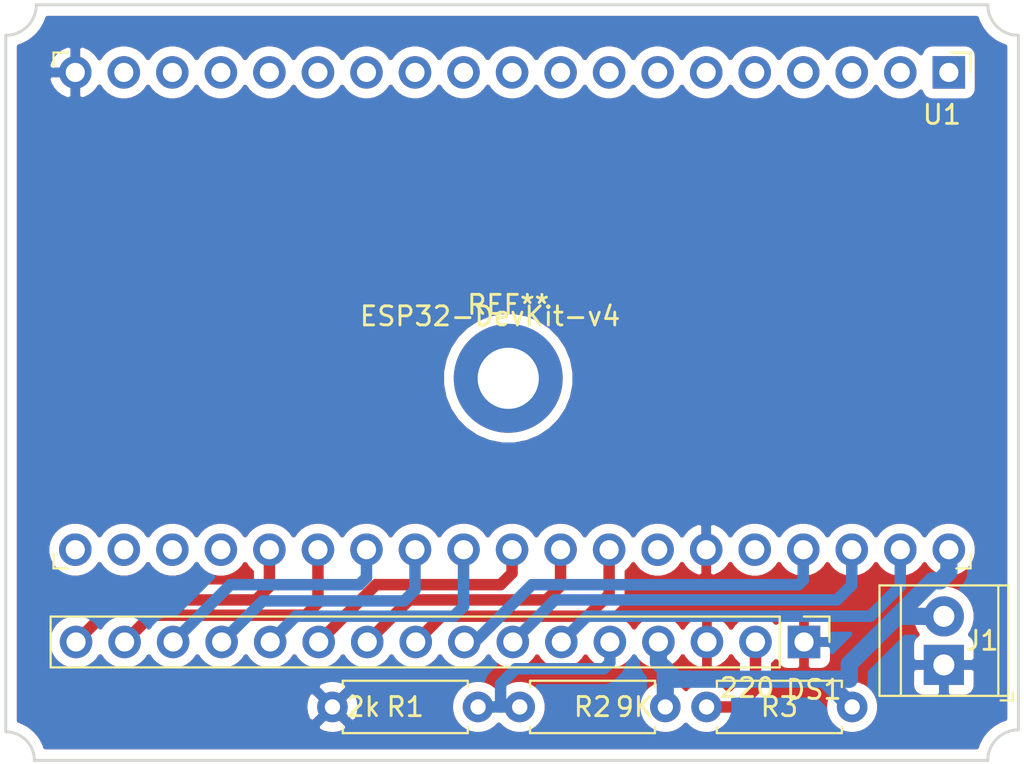
<source format=kicad_pcb>
(kicad_pcb (version 20171130) (host pcbnew "(5.1.12)-1")

  (general
    (thickness 1.6)
    (drawings 8)
    (tracks 70)
    (zones 0)
    (modules 7)
    (nets 40)
  )

  (page A4)
  (layers
    (0 F.Cu signal)
    (31 B.Cu signal)
    (32 B.Adhes user)
    (33 F.Adhes user)
    (34 B.Paste user)
    (35 F.Paste user)
    (36 B.SilkS user)
    (37 F.SilkS user)
    (38 B.Mask user)
    (39 F.Mask user)
    (40 Dwgs.User user)
    (41 Cmts.User user)
    (42 Eco1.User user)
    (43 Eco2.User user)
    (44 Edge.Cuts user)
    (45 Margin user)
    (46 B.CrtYd user)
    (47 F.CrtYd user)
    (48 B.Fab user)
    (49 F.Fab user)
  )

  (setup
    (last_trace_width 0.6)
    (trace_clearance 0.2)
    (zone_clearance 0.508)
    (zone_45_only no)
    (trace_min 0.2)
    (via_size 0.8)
    (via_drill 0.4)
    (via_min_size 0.4)
    (via_min_drill 0.3)
    (uvia_size 0.3)
    (uvia_drill 0.1)
    (uvias_allowed no)
    (uvia_min_size 0.2)
    (uvia_min_drill 0.1)
    (edge_width 0.05)
    (segment_width 0.2)
    (pcb_text_width 0.3)
    (pcb_text_size 1.5 1.5)
    (mod_edge_width 0.12)
    (mod_text_size 1 1)
    (mod_text_width 0.15)
    (pad_size 5.6 5.6)
    (pad_drill 3.2)
    (pad_to_mask_clearance 0)
    (aux_axis_origin 0 0)
    (visible_elements 7FFFFFFF)
    (pcbplotparams
      (layerselection 0x010fc_ffffffff)
      (usegerberextensions true)
      (usegerberattributes false)
      (usegerberadvancedattributes false)
      (creategerberjobfile false)
      (excludeedgelayer true)
      (linewidth 0.100000)
      (plotframeref false)
      (viasonmask false)
      (mode 1)
      (useauxorigin false)
      (hpglpennumber 1)
      (hpglpenspeed 20)
      (hpglpendiameter 15.000000)
      (psnegative false)
      (psa4output false)
      (plotreference true)
      (plotvalue false)
      (plotinvisibletext false)
      (padsonsilk false)
      (subtractmaskfromsilk true)
      (outputformat 1)
      (mirror false)
      (drillshape 0)
      (scaleselection 1)
      (outputdirectory ""))
  )

  (net 0 "")
  (net 1 GND)
  (net 2 "Net-(DS1-Pad2)")
  (net 3 +5V)
  (net 4 /Vo)
  (net 5 /RS)
  (net 6 /RW)
  (net 7 /E)
  (net 8 /D0)
  (net 9 /D1)
  (net 10 /D2)
  (net 11 /D3)
  (net 12 /D4)
  (net 13 /D5)
  (net 14 /D6)
  (net 15 /D7)
  (net 16 "Net-(U1-Pad16)")
  (net 17 "Net-(U1-Pad14)")
  (net 18 "Net-(U1-Pad5)")
  (net 19 "Net-(U1-Pad15)")
  (net 20 "Net-(U1-Pad7)")
  (net 21 "Net-(U1-Pad12)")
  (net 22 "Net-(U1-Pad3)")
  (net 23 "Net-(U1-Pad13)")
  (net 24 "Net-(U1-Pad6)")
  (net 25 "Net-(U1-Pad2)")
  (net 26 "Net-(U1-Pad4)")
  (net 27 "Net-(U1-Pad1)")
  (net 28 "Net-(U1-Pad37)")
  (net 29 "Net-(U1-Pad35)")
  (net 30 "Net-(U1-Pad24)")
  (net 31 "Net-(U1-Pad26)")
  (net 32 "Net-(U1-Pad38)")
  (net 33 "Net-(U1-Pad36)")
  (net 34 "Net-(U1-Pad17)")
  (net 35 "Net-(U1-Pad11)")
  (net 36 "Net-(U1-Pad10)")
  (net 37 "Net-(U1-Pad8)")
  (net 38 "Net-(U1-Pad9)")
  (net 39 "Net-(U1-Pad18)")

  (net_class Default "This is the default net class."
    (clearance 0.2)
    (trace_width 0.6)
    (via_dia 0.8)
    (via_drill 0.4)
    (uvia_dia 0.3)
    (uvia_drill 0.1)
    (add_net /D0)
    (add_net /D1)
    (add_net /D2)
    (add_net /D3)
    (add_net /D4)
    (add_net /D5)
    (add_net /D6)
    (add_net /D7)
    (add_net /E)
    (add_net /RS)
    (add_net /RW)
    (add_net /Vo)
    (add_net GND)
    (add_net "Net-(DS1-Pad2)")
    (add_net "Net-(U1-Pad1)")
    (add_net "Net-(U1-Pad10)")
    (add_net "Net-(U1-Pad11)")
    (add_net "Net-(U1-Pad12)")
    (add_net "Net-(U1-Pad13)")
    (add_net "Net-(U1-Pad14)")
    (add_net "Net-(U1-Pad15)")
    (add_net "Net-(U1-Pad16)")
    (add_net "Net-(U1-Pad17)")
    (add_net "Net-(U1-Pad18)")
    (add_net "Net-(U1-Pad2)")
    (add_net "Net-(U1-Pad24)")
    (add_net "Net-(U1-Pad26)")
    (add_net "Net-(U1-Pad3)")
    (add_net "Net-(U1-Pad35)")
    (add_net "Net-(U1-Pad36)")
    (add_net "Net-(U1-Pad37)")
    (add_net "Net-(U1-Pad38)")
    (add_net "Net-(U1-Pad4)")
    (add_net "Net-(U1-Pad5)")
    (add_net "Net-(U1-Pad6)")
    (add_net "Net-(U1-Pad7)")
    (add_net "Net-(U1-Pad8)")
    (add_net "Net-(U1-Pad9)")
  )

  (net_class Vcc ""
    (clearance 0.2)
    (trace_width 0.9)
    (via_dia 0.8)
    (via_drill 0.4)
    (uvia_dia 0.3)
    (uvia_drill 0.1)
    (add_net +5V)
  )

  (module MountingHole:MountingHole_3.2mm_M3_ISO7380_Pad (layer F.Cu) (tedit 56D1B4CB) (tstamp 61DAF36C)
    (at 202.8 83.8)
    (descr "Mounting Hole 3.2mm, M3, ISO7380")
    (tags "mounting hole 3.2mm m3 iso7380")
    (attr virtual)
    (fp_text reference REF** (at 0 -3.85) (layer F.SilkS)
      (effects (font (size 1 1) (thickness 0.15)))
    )
    (fp_text value MountingHole_3.2mm_M3_ISO7380_Pad (at 0 3.85) (layer F.Fab)
      (effects (font (size 1 1) (thickness 0.15)))
    )
    (fp_text user %R (at 0.3 0) (layer F.Fab)
      (effects (font (size 1 1) (thickness 0.15)))
    )
    (fp_circle (center 0 0) (end 2.85 0) (layer Cmts.User) (width 0.15))
    (fp_circle (center 0 0) (end 3.1 0) (layer F.CrtYd) (width 0.05))
    (pad 1 thru_hole circle (at 0 0) (size 5.7 5.7) (drill 3.2) (layers *.Cu *.Mask))
  )

  (module ESP32_Custom:ESP32-Dev-Kit-38 (layer F.Cu) (tedit 61B7357A) (tstamp 61C733E2)
    (at 203 80.25 270)
    (path /61C6C2A5)
    (fp_text reference U1 (at -10.25 -22.5 180) (layer F.SilkS)
      (effects (font (size 1 1) (thickness 0.15)))
    )
    (fp_text value ESP32-DevKit-v4 (at 8.25 16 180) (layer F.Fab)
      (effects (font (size 1 1) (thickness 0.15)))
    )
    (fp_line (start 13.75 24.25) (end -13.75 24.25) (layer F.CrtYd) (width 0.12))
    (fp_line (start 13.75 -24.25) (end -13.75 -24.25) (layer F.CrtYd) (width 0.12))
    (fp_line (start 13 23.25) (end 13 -23.5) (layer F.Fab) (width 0.12))
    (fp_line (start -13 23.25) (end 13 23.25) (layer F.Fab) (width 0.12))
    (fp_line (start -13 -23.5) (end -13 23.25) (layer F.Fab) (width 0.12))
    (fp_line (start 13 -23.5) (end -13 -23.5) (layer F.Fab) (width 0.12))
    (fp_line (start 13.75 24.25) (end 13.75 -24.25) (layer F.CrtYd) (width 0.12))
    (fp_line (start -13.75 -24.25) (end -13.75 24.25) (layer F.CrtYd) (width 0.12))
    (fp_line (start -13.5 -23) (end -13.5 -24) (layer F.SilkS) (width 0.12))
    (fp_line (start -13.5 -24) (end -12.5 -24) (layer F.SilkS) (width 0.12))
    (fp_line (start -13.5 23.25) (end -13.5 24) (layer F.SilkS) (width 0.12))
    (fp_line (start -13.5 24) (end -12.75 24) (layer F.SilkS) (width 0.12))
    (fp_line (start 12.75 24) (end 13.5 24) (layer F.SilkS) (width 0.12))
    (fp_line (start 13.5 24) (end 13.5 23.25) (layer F.SilkS) (width 0.12))
    (fp_line (start 12.75 -24) (end 13.5 -24) (layer F.SilkS) (width 0.12))
    (fp_line (start 13.5 -24) (end 13.5 -23.25) (layer F.SilkS) (width 0.12))
    (fp_text user ESP32-DevKit-v4 (at 0.3 1.15 180) (layer F.SilkS)
      (effects (font (size 1 1) (thickness 0.15)))
    )
    (pad 20 thru_hole circle (at 12.52 -22.86 270) (size 1.7 1.7) (drill 1) (layers *.Cu *.Mask)
      (net 3 +5V))
    (pad 23 thru_hole oval (at 12.52 -15.24 270) (size 1.7 1.7) (drill 1) (layers *.Cu *.Mask)
      (net 7 /E))
    (pad 36 thru_hole oval (at 12.52 17.78 270) (size 1.7 1.7) (drill 1) (layers *.Cu *.Mask)
      (net 33 "Net-(U1-Pad36)"))
    (pad 21 thru_hole oval (at 12.52 -20.32 270) (size 1.7 1.7) (drill 1) (layers *.Cu *.Mask)
      (net 5 /RS))
    (pad 30 thru_hole oval (at 12.52 2.54 270) (size 1.7 1.7) (drill 1) (layers *.Cu *.Mask)
      (net 11 /D3))
    (pad 25 thru_hole oval (at 12.52 -10.16 270) (size 1.7 1.7) (drill 1) (layers *.Cu *.Mask)
      (net 1 GND))
    (pad 32 thru_hole oval (at 12.52 7.62 270) (size 1.7 1.7) (drill 1) (layers *.Cu *.Mask)
      (net 13 /D5))
    (pad 22 thru_hole oval (at 12.52 -17.78 270) (size 1.7 1.7) (drill 1) (layers *.Cu *.Mask)
      (net 6 /RW))
    (pad 38 thru_hole oval (at 12.52 22.86 270) (size 1.7 1.7) (drill 1) (layers *.Cu *.Mask)
      (net 32 "Net-(U1-Pad38)"))
    (pad 31 thru_hole oval (at 12.52 5.08 270) (size 1.7 1.7) (drill 1) (layers *.Cu *.Mask)
      (net 12 /D4))
    (pad 26 thru_hole oval (at 12.52 -7.62 270) (size 1.7 1.7) (drill 1) (layers *.Cu *.Mask)
      (net 31 "Net-(U1-Pad26)"))
    (pad 34 thru_hole oval (at 12.52 12.7 270) (size 1.7 1.7) (drill 1) (layers *.Cu *.Mask)
      (net 15 /D7))
    (pad 24 thru_hole oval (at 12.52 -12.7 270) (size 1.7 1.7) (drill 1) (layers *.Cu *.Mask)
      (net 30 "Net-(U1-Pad24)"))
    (pad 29 thru_hole oval (at 12.52 0 270) (size 1.7 1.7) (drill 1) (layers *.Cu *.Mask)
      (net 10 /D2))
    (pad 27 thru_hole oval (at 12.52 -5.08 270) (size 1.7 1.7) (drill 1) (layers *.Cu *.Mask)
      (net 8 /D0))
    (pad 33 thru_hole oval (at 12.52 10.16 270) (size 1.7 1.7) (drill 1) (layers *.Cu *.Mask)
      (net 14 /D6))
    (pad 28 thru_hole oval (at 12.52 -2.54 270) (size 1.7 1.7) (drill 1) (layers *.Cu *.Mask)
      (net 9 /D1))
    (pad 35 thru_hole oval (at 12.52 15.24 270) (size 1.7 1.7) (drill 1) (layers *.Cu *.Mask)
      (net 29 "Net-(U1-Pad35)"))
    (pad 37 thru_hole oval (at 12.52 20.32 270) (size 1.7 1.7) (drill 1) (layers *.Cu *.Mask)
      (net 28 "Net-(U1-Pad37)"))
    (pad 1 thru_hole rect (at -12.46 -22.86 270) (size 1.7 1.7) (drill 1) (layers *.Cu *.Mask)
      (net 27 "Net-(U1-Pad1)"))
    (pad 4 thru_hole oval (at -12.46 -15.24 270) (size 1.7 1.7) (drill 1) (layers *.Cu *.Mask)
      (net 26 "Net-(U1-Pad4)"))
    (pad 17 thru_hole oval (at -12.46 17.78 270) (size 1.7 1.7) (drill 1) (layers *.Cu *.Mask)
      (net 34 "Net-(U1-Pad17)"))
    (pad 2 thru_hole oval (at -12.46 -20.32 270) (size 1.7 1.7) (drill 1) (layers *.Cu *.Mask)
      (net 25 "Net-(U1-Pad2)"))
    (pad 11 thru_hole oval (at -12.46 2.54 270) (size 1.7 1.7) (drill 1) (layers *.Cu *.Mask)
      (net 35 "Net-(U1-Pad11)"))
    (pad 6 thru_hole oval (at -12.46 -10.16 270) (size 1.7 1.7) (drill 1) (layers *.Cu *.Mask)
      (net 24 "Net-(U1-Pad6)"))
    (pad 13 thru_hole oval (at -12.46 7.62 270) (size 1.7 1.7) (drill 1) (layers *.Cu *.Mask)
      (net 23 "Net-(U1-Pad13)"))
    (pad 3 thru_hole oval (at -12.46 -17.78 270) (size 1.7 1.7) (drill 1) (layers *.Cu *.Mask)
      (net 22 "Net-(U1-Pad3)"))
    (pad 19 thru_hole oval (at -12.46 22.86 270) (size 1.7 1.7) (drill 1) (layers *.Cu *.Mask)
      (net 1 GND))
    (pad 12 thru_hole oval (at -12.46 5.08 270) (size 1.7 1.7) (drill 1) (layers *.Cu *.Mask)
      (net 21 "Net-(U1-Pad12)"))
    (pad 7 thru_hole oval (at -12.46 -7.62 270) (size 1.7 1.7) (drill 1) (layers *.Cu *.Mask)
      (net 20 "Net-(U1-Pad7)"))
    (pad 15 thru_hole oval (at -12.46 12.7 270) (size 1.7 1.7) (drill 1) (layers *.Cu *.Mask)
      (net 19 "Net-(U1-Pad15)"))
    (pad 5 thru_hole oval (at -12.46 -12.7 270) (size 1.7 1.7) (drill 1) (layers *.Cu *.Mask)
      (net 18 "Net-(U1-Pad5)"))
    (pad 10 thru_hole oval (at -12.46 0 270) (size 1.7 1.7) (drill 1) (layers *.Cu *.Mask)
      (net 36 "Net-(U1-Pad10)"))
    (pad 8 thru_hole oval (at -12.46 -5.08 270) (size 1.7 1.7) (drill 1) (layers *.Cu *.Mask)
      (net 37 "Net-(U1-Pad8)"))
    (pad 14 thru_hole oval (at -12.46 10.16 270) (size 1.7 1.7) (drill 1) (layers *.Cu *.Mask)
      (net 17 "Net-(U1-Pad14)"))
    (pad 9 thru_hole oval (at -12.46 -2.54 270) (size 1.7 1.7) (drill 1) (layers *.Cu *.Mask)
      (net 38 "Net-(U1-Pad9)"))
    (pad 16 thru_hole oval (at -12.46 15.24 270) (size 1.7 1.7) (drill 1) (layers *.Cu *.Mask)
      (net 16 "Net-(U1-Pad16)"))
    (pad 18 thru_hole oval (at -12.46 20.32 270) (size 1.7 1.7) (drill 1) (layers *.Cu *.Mask)
      (net 39 "Net-(U1-Pad18)"))
  )

  (module Resistor_THT:R_Axial_DIN0207_L6.3mm_D2.5mm_P7.62mm_Horizontal (layer F.Cu) (tedit 5AE5139B) (tstamp 61C733A7)
    (at 220.8 101 180)
    (descr "Resistor, Axial_DIN0207 series, Axial, Horizontal, pin pitch=7.62mm, 0.25W = 1/4W, length*diameter=6.3*2.5mm^2, http://cdn-reichelt.de/documents/datenblatt/B400/1_4W%23YAG.pdf")
    (tags "Resistor Axial_DIN0207 series Axial Horizontal pin pitch 7.62mm 0.25W = 1/4W length 6.3mm diameter 2.5mm")
    (path /61709D25)
    (fp_text reference R3 (at 3.81 0) (layer F.SilkS)
      (effects (font (size 1 1) (thickness 0.15)))
    )
    (fp_text value 220 (at 5.5 1) (layer F.SilkS)
      (effects (font (size 1 1) (thickness 0.15)))
    )
    (fp_line (start 8.67 -1.5) (end -1.05 -1.5) (layer F.CrtYd) (width 0.05))
    (fp_line (start 8.67 1.5) (end 8.67 -1.5) (layer F.CrtYd) (width 0.05))
    (fp_line (start -1.05 1.5) (end 8.67 1.5) (layer F.CrtYd) (width 0.05))
    (fp_line (start -1.05 -1.5) (end -1.05 1.5) (layer F.CrtYd) (width 0.05))
    (fp_line (start 7.08 1.37) (end 7.08 1.04) (layer F.SilkS) (width 0.12))
    (fp_line (start 0.54 1.37) (end 7.08 1.37) (layer F.SilkS) (width 0.12))
    (fp_line (start 0.54 1.04) (end 0.54 1.37) (layer F.SilkS) (width 0.12))
    (fp_line (start 7.08 -1.37) (end 7.08 -1.04) (layer F.SilkS) (width 0.12))
    (fp_line (start 0.54 -1.37) (end 7.08 -1.37) (layer F.SilkS) (width 0.12))
    (fp_line (start 0.54 -1.04) (end 0.54 -1.37) (layer F.SilkS) (width 0.12))
    (fp_line (start 7.62 0) (end 6.96 0) (layer F.Fab) (width 0.1))
    (fp_line (start 0 0) (end 0.66 0) (layer F.Fab) (width 0.1))
    (fp_line (start 6.96 -1.25) (end 0.66 -1.25) (layer F.Fab) (width 0.1))
    (fp_line (start 6.96 1.25) (end 6.96 -1.25) (layer F.Fab) (width 0.1))
    (fp_line (start 0.66 1.25) (end 6.96 1.25) (layer F.Fab) (width 0.1))
    (fp_line (start 0.66 -1.25) (end 0.66 1.25) (layer F.Fab) (width 0.1))
    (fp_text user %R (at 3.81 0) (layer F.Fab)
      (effects (font (size 1 1) (thickness 0.15)))
    )
    (pad 2 thru_hole oval (at 7.62 0 180) (size 1.6 1.6) (drill 0.8) (layers *.Cu *.Mask)
      (net 2 "Net-(DS1-Pad2)"))
    (pad 1 thru_hole circle (at 0 0 180) (size 1.6 1.6) (drill 0.8) (layers *.Cu *.Mask)
      (net 3 +5V))
    (model ${KISYS3DMOD}/Resistor_THT.3dshapes/R_Axial_DIN0207_L6.3mm_D2.5mm_P7.62mm_Horizontal.wrl
      (at (xyz 0 0 0))
      (scale (xyz 1 1 1))
      (rotate (xyz 0 0 0))
    )
  )

  (module Resistor_THT:R_Axial_DIN0207_L6.3mm_D2.5mm_P7.62mm_Horizontal (layer F.Cu) (tedit 5AE5139B) (tstamp 61C73390)
    (at 203.4 101)
    (descr "Resistor, Axial_DIN0207 series, Axial, Horizontal, pin pitch=7.62mm, 0.25W = 1/4W, length*diameter=6.3*2.5mm^2, http://cdn-reichelt.de/documents/datenblatt/B400/1_4W%23YAG.pdf")
    (tags "Resistor Axial_DIN0207 series Axial Horizontal pin pitch 7.62mm 0.25W = 1/4W length 6.3mm diameter 2.5mm")
    (path /616E1A26)
    (fp_text reference R2 (at 3.81 0) (layer F.SilkS)
      (effects (font (size 1 1) (thickness 0.15)))
    )
    (fp_text value 9K (at 6 0) (layer F.SilkS)
      (effects (font (size 1 1) (thickness 0.15)))
    )
    (fp_line (start 8.67 -1.5) (end -1.05 -1.5) (layer F.CrtYd) (width 0.05))
    (fp_line (start 8.67 1.5) (end 8.67 -1.5) (layer F.CrtYd) (width 0.05))
    (fp_line (start -1.05 1.5) (end 8.67 1.5) (layer F.CrtYd) (width 0.05))
    (fp_line (start -1.05 -1.5) (end -1.05 1.5) (layer F.CrtYd) (width 0.05))
    (fp_line (start 7.08 1.37) (end 7.08 1.04) (layer F.SilkS) (width 0.12))
    (fp_line (start 0.54 1.37) (end 7.08 1.37) (layer F.SilkS) (width 0.12))
    (fp_line (start 0.54 1.04) (end 0.54 1.37) (layer F.SilkS) (width 0.12))
    (fp_line (start 7.08 -1.37) (end 7.08 -1.04) (layer F.SilkS) (width 0.12))
    (fp_line (start 0.54 -1.37) (end 7.08 -1.37) (layer F.SilkS) (width 0.12))
    (fp_line (start 0.54 -1.04) (end 0.54 -1.37) (layer F.SilkS) (width 0.12))
    (fp_line (start 7.62 0) (end 6.96 0) (layer F.Fab) (width 0.1))
    (fp_line (start 0 0) (end 0.66 0) (layer F.Fab) (width 0.1))
    (fp_line (start 6.96 -1.25) (end 0.66 -1.25) (layer F.Fab) (width 0.1))
    (fp_line (start 6.96 1.25) (end 6.96 -1.25) (layer F.Fab) (width 0.1))
    (fp_line (start 0.66 1.25) (end 6.96 1.25) (layer F.Fab) (width 0.1))
    (fp_line (start 0.66 -1.25) (end 0.66 1.25) (layer F.Fab) (width 0.1))
    (fp_text user %R (at 3.81 0) (layer F.Fab)
      (effects (font (size 1 1) (thickness 0.15)))
    )
    (pad 2 thru_hole oval (at 7.62 0) (size 1.6 1.6) (drill 0.8) (layers *.Cu *.Mask)
      (net 3 +5V))
    (pad 1 thru_hole circle (at 0 0) (size 1.6 1.6) (drill 0.8) (layers *.Cu *.Mask)
      (net 4 /Vo))
    (model ${KISYS3DMOD}/Resistor_THT.3dshapes/R_Axial_DIN0207_L6.3mm_D2.5mm_P7.62mm_Horizontal.wrl
      (at (xyz 0 0 0))
      (scale (xyz 1 1 1))
      (rotate (xyz 0 0 0))
    )
  )

  (module Resistor_THT:R_Axial_DIN0207_L6.3mm_D2.5mm_P7.62mm_Horizontal (layer F.Cu) (tedit 5AE5139B) (tstamp 61C73379)
    (at 193.6 101)
    (descr "Resistor, Axial_DIN0207 series, Axial, Horizontal, pin pitch=7.62mm, 0.25W = 1/4W, length*diameter=6.3*2.5mm^2, http://cdn-reichelt.de/documents/datenblatt/B400/1_4W%23YAG.pdf")
    (tags "Resistor Axial_DIN0207 series Axial Horizontal pin pitch 7.62mm 0.25W = 1/4W length 6.3mm diameter 2.5mm")
    (path /616DF099)
    (fp_text reference R1 (at 3.81 0) (layer F.SilkS)
      (effects (font (size 1 1) (thickness 0.15)))
    )
    (fp_text value 2k (at 1.615 0) (layer F.SilkS)
      (effects (font (size 1 1) (thickness 0.15)))
    )
    (fp_line (start 8.67 -1.5) (end -1.05 -1.5) (layer F.CrtYd) (width 0.05))
    (fp_line (start 8.67 1.5) (end 8.67 -1.5) (layer F.CrtYd) (width 0.05))
    (fp_line (start -1.05 1.5) (end 8.67 1.5) (layer F.CrtYd) (width 0.05))
    (fp_line (start -1.05 -1.5) (end -1.05 1.5) (layer F.CrtYd) (width 0.05))
    (fp_line (start 7.08 1.37) (end 7.08 1.04) (layer F.SilkS) (width 0.12))
    (fp_line (start 0.54 1.37) (end 7.08 1.37) (layer F.SilkS) (width 0.12))
    (fp_line (start 0.54 1.04) (end 0.54 1.37) (layer F.SilkS) (width 0.12))
    (fp_line (start 7.08 -1.37) (end 7.08 -1.04) (layer F.SilkS) (width 0.12))
    (fp_line (start 0.54 -1.37) (end 7.08 -1.37) (layer F.SilkS) (width 0.12))
    (fp_line (start 0.54 -1.04) (end 0.54 -1.37) (layer F.SilkS) (width 0.12))
    (fp_line (start 7.62 0) (end 6.96 0) (layer F.Fab) (width 0.1))
    (fp_line (start 0 0) (end 0.66 0) (layer F.Fab) (width 0.1))
    (fp_line (start 6.96 -1.25) (end 0.66 -1.25) (layer F.Fab) (width 0.1))
    (fp_line (start 6.96 1.25) (end 6.96 -1.25) (layer F.Fab) (width 0.1))
    (fp_line (start 0.66 1.25) (end 6.96 1.25) (layer F.Fab) (width 0.1))
    (fp_line (start 0.66 -1.25) (end 0.66 1.25) (layer F.Fab) (width 0.1))
    (fp_text user %R (at 3.81 0) (layer F.Fab)
      (effects (font (size 1 1) (thickness 0.15)))
    )
    (pad 2 thru_hole oval (at 7.62 0) (size 1.6 1.6) (drill 0.8) (layers *.Cu *.Mask)
      (net 4 /Vo))
    (pad 1 thru_hole circle (at 0 0) (size 1.6 1.6) (drill 0.8) (layers *.Cu *.Mask)
      (net 1 GND))
    (model ${KISYS3DMOD}/Resistor_THT.3dshapes/R_Axial_DIN0207_L6.3mm_D2.5mm_P7.62mm_Horizontal.wrl
      (at (xyz 0 0 0))
      (scale (xyz 1 1 1))
      (rotate (xyz 0 0 0))
    )
  )

  (module TerminalBlock_TE-Connectivity:TerminalBlock_TE_282834-2_1x02_P2.54mm_Horizontal (layer F.Cu) (tedit 5B1EC513) (tstamp 61C73362)
    (at 225.6 98.8 90)
    (descr "Terminal Block TE 282834-2, 2 pins, pitch 2.54mm, size 5.54x6.5mm^2, drill diamater 1.1mm, pad diameter 2.1mm, see http://www.te.com/commerce/DocumentDelivery/DDEController?Action=showdoc&DocId=Customer+Drawing%7F282834%7FC1%7Fpdf%7FEnglish%7FENG_CD_282834_C1.pdf, script-generated using https://github.com/pointhi/kicad-footprint-generator/scripts/TerminalBlock_TE-Connectivity")
    (tags "THT Terminal Block TE 282834-2 pitch 2.54mm size 5.54x6.5mm^2 drill 1.1mm pad 2.1mm")
    (path /616F99D6)
    (fp_text reference J1 (at 1.27 2.005 180) (layer F.SilkS)
      (effects (font (size 1 1) (thickness 0.15)))
    )
    (fp_text value Screw_Terminal_01x02 (at -2.5 -5.035 180) (layer F.Fab)
      (effects (font (size 1 1) (thickness 0.15)))
    )
    (fp_line (start 4.54 -3.75) (end -2 -3.75) (layer F.CrtYd) (width 0.05))
    (fp_line (start 4.54 3.75) (end 4.54 -3.75) (layer F.CrtYd) (width 0.05))
    (fp_line (start -2 3.75) (end 4.54 3.75) (layer F.CrtYd) (width 0.05))
    (fp_line (start -2 -3.75) (end -2 3.75) (layer F.CrtYd) (width 0.05))
    (fp_line (start -1.86 3.61) (end -1.46 3.61) (layer F.SilkS) (width 0.12))
    (fp_line (start -1.86 2.97) (end -1.86 3.61) (layer F.SilkS) (width 0.12))
    (fp_line (start 3.241 -0.835) (end 1.706 0.7) (layer F.Fab) (width 0.1))
    (fp_line (start 3.375 -0.7) (end 1.84 0.835) (layer F.Fab) (width 0.1))
    (fp_line (start 0.701 -0.835) (end -0.835 0.7) (layer F.Fab) (width 0.1))
    (fp_line (start 0.835 -0.7) (end -0.701 0.835) (layer F.Fab) (width 0.1))
    (fp_line (start 4.16 -3.37) (end 4.16 3.37) (layer F.SilkS) (width 0.12))
    (fp_line (start -1.62 -3.37) (end -1.62 3.37) (layer F.SilkS) (width 0.12))
    (fp_line (start -1.62 3.37) (end 4.16 3.37) (layer F.SilkS) (width 0.12))
    (fp_line (start -1.62 -3.37) (end 4.16 -3.37) (layer F.SilkS) (width 0.12))
    (fp_line (start -1.62 -2.25) (end 4.16 -2.25) (layer F.SilkS) (width 0.12))
    (fp_line (start -1.5 -2.25) (end 4.04 -2.25) (layer F.Fab) (width 0.1))
    (fp_line (start -1.62 2.85) (end 4.16 2.85) (layer F.SilkS) (width 0.12))
    (fp_line (start -1.5 2.85) (end 4.04 2.85) (layer F.Fab) (width 0.1))
    (fp_line (start -1.5 2.85) (end -1.5 -3.25) (layer F.Fab) (width 0.1))
    (fp_line (start -1.1 3.25) (end -1.5 2.85) (layer F.Fab) (width 0.1))
    (fp_line (start 4.04 3.25) (end -1.1 3.25) (layer F.Fab) (width 0.1))
    (fp_line (start 4.04 -3.25) (end 4.04 3.25) (layer F.Fab) (width 0.1))
    (fp_line (start -1.5 -3.25) (end 4.04 -3.25) (layer F.Fab) (width 0.1))
    (fp_circle (center 2.54 0) (end 3.64 0) (layer F.Fab) (width 0.1))
    (fp_circle (center 0 0) (end 1.1 0) (layer F.Fab) (width 0.1))
    (fp_text user %R (at 1.27 2 180) (layer F.Fab)
      (effects (font (size 1 1) (thickness 0.15)))
    )
    (pad 2 thru_hole circle (at 2.54 0 90) (size 2.1 2.1) (drill 1.1) (layers *.Cu *.Mask)
      (net 3 +5V))
    (pad 1 thru_hole rect (at 0 0 90) (size 2.1 2.1) (drill 1.1) (layers *.Cu *.Mask)
      (net 1 GND))
    (model ${KISYS3DMOD}/TerminalBlock_TE-Connectivity.3dshapes/TerminalBlock_TE_282834-2_1x02_P2.54mm_Horizontal.wrl
      (at (xyz 0 0 0))
      (scale (xyz 1 1 1))
      (rotate (xyz 0 0 0))
    )
  )

  (module Connector_PinHeader_2.54mm:PinHeader_1x16_P2.54mm_Vertical (layer F.Cu) (tedit 59FED5CC) (tstamp 61C73342)
    (at 218.28 97.6 270)
    (descr "Through hole straight pin header, 1x16, 2.54mm pitch, single row")
    (tags "Through hole pin header THT 1x16 2.54mm single row")
    (path /616E73A8)
    (fp_text reference DS1 (at 2.5 -0.515 180) (layer F.SilkS)
      (effects (font (size 1 1) (thickness 0.15)))
    )
    (fp_text value HY1602E (at -2.75 36.485 180) (layer F.Fab)
      (effects (font (size 1 1) (thickness 0.15)))
    )
    (fp_line (start 1.8 -1.8) (end -1.8 -1.8) (layer F.CrtYd) (width 0.05))
    (fp_line (start 1.8 39.9) (end 1.8 -1.8) (layer F.CrtYd) (width 0.05))
    (fp_line (start -1.8 39.9) (end 1.8 39.9) (layer F.CrtYd) (width 0.05))
    (fp_line (start -1.8 -1.8) (end -1.8 39.9) (layer F.CrtYd) (width 0.05))
    (fp_line (start -1.33 -1.33) (end 0 -1.33) (layer F.SilkS) (width 0.12))
    (fp_line (start -1.33 0) (end -1.33 -1.33) (layer F.SilkS) (width 0.12))
    (fp_line (start -1.33 1.27) (end 1.33 1.27) (layer F.SilkS) (width 0.12))
    (fp_line (start 1.33 1.27) (end 1.33 39.43) (layer F.SilkS) (width 0.12))
    (fp_line (start -1.33 1.27) (end -1.33 39.43) (layer F.SilkS) (width 0.12))
    (fp_line (start -1.33 39.43) (end 1.33 39.43) (layer F.SilkS) (width 0.12))
    (fp_line (start -1.27 -0.635) (end -0.635 -1.27) (layer F.Fab) (width 0.1))
    (fp_line (start -1.27 39.37) (end -1.27 -0.635) (layer F.Fab) (width 0.1))
    (fp_line (start 1.27 39.37) (end -1.27 39.37) (layer F.Fab) (width 0.1))
    (fp_line (start 1.27 -1.27) (end 1.27 39.37) (layer F.Fab) (width 0.1))
    (fp_line (start -0.635 -1.27) (end 1.27 -1.27) (layer F.Fab) (width 0.1))
    (fp_text user %R (at 0 19.05) (layer F.Fab)
      (effects (font (size 1 1) (thickness 0.15)))
    )
    (pad 16 thru_hole oval (at 0 38.1 270) (size 1.7 1.7) (drill 1) (layers *.Cu *.Mask)
      (net 15 /D7))
    (pad 15 thru_hole oval (at 0 35.56 270) (size 1.7 1.7) (drill 1) (layers *.Cu *.Mask)
      (net 14 /D6))
    (pad 14 thru_hole oval (at 0 33.02 270) (size 1.7 1.7) (drill 1) (layers *.Cu *.Mask)
      (net 13 /D5))
    (pad 13 thru_hole oval (at 0 30.48 270) (size 1.7 1.7) (drill 1) (layers *.Cu *.Mask)
      (net 12 /D4))
    (pad 12 thru_hole oval (at 0 27.94 270) (size 1.7 1.7) (drill 1) (layers *.Cu *.Mask)
      (net 11 /D3))
    (pad 11 thru_hole oval (at 0 25.4 270) (size 1.7 1.7) (drill 1) (layers *.Cu *.Mask)
      (net 10 /D2))
    (pad 10 thru_hole oval (at 0 22.86 270) (size 1.7 1.7) (drill 1) (layers *.Cu *.Mask)
      (net 9 /D1))
    (pad 9 thru_hole oval (at 0 20.32 270) (size 1.7 1.7) (drill 1) (layers *.Cu *.Mask)
      (net 8 /D0))
    (pad 8 thru_hole oval (at 0 17.78 270) (size 1.7 1.7) (drill 1) (layers *.Cu *.Mask)
      (net 7 /E))
    (pad 7 thru_hole oval (at 0 15.24 270) (size 1.7 1.7) (drill 1) (layers *.Cu *.Mask)
      (net 6 /RW))
    (pad 6 thru_hole oval (at 0 12.7 270) (size 1.7 1.7) (drill 1) (layers *.Cu *.Mask)
      (net 5 /RS))
    (pad 5 thru_hole oval (at 0 10.16 270) (size 1.7 1.7) (drill 1) (layers *.Cu *.Mask)
      (net 4 /Vo))
    (pad 4 thru_hole oval (at 0 7.62 270) (size 1.7 1.7) (drill 1) (layers *.Cu *.Mask)
      (net 3 +5V))
    (pad 3 thru_hole oval (at 0 5.08 270) (size 1.7 1.7) (drill 1) (layers *.Cu *.Mask)
      (net 1 GND))
    (pad 2 thru_hole oval (at 0 2.54 270) (size 1.7 1.7) (drill 1) (layers *.Cu *.Mask)
      (net 2 "Net-(DS1-Pad2)"))
    (pad 1 thru_hole rect (at 0 0 270) (size 1.7 1.7) (drill 1) (layers *.Cu *.Mask)
      (net 1 GND))
    (model ${KISYS3DMOD}/Connector_PinHeader_2.54mm.3dshapes/PinHeader_1x16_P2.54mm_Vertical.wrl
      (at (xyz 0 0 0))
      (scale (xyz 1 1 1))
      (rotate (xyz 0 0 0))
    )
  )

  (gr_arc (start 176.5 64.25) (end 176.5 65.85) (angle -90) (layer Edge.Cuts) (width 0.15))
  (gr_arc (start 229.5 64.25) (end 227.9 64.25) (angle -90) (layer Edge.Cuts) (width 0.15))
  (gr_arc (start 229.5 103.8) (end 229.5 102.2) (angle -90) (layer Edge.Cuts) (width 0.15))
  (gr_arc (start 176.5 103.8) (end 178 103.8) (angle -90) (layer Edge.Cuts) (width 0.15))
  (gr_line (start 176.5 65.85) (end 176.5 102.3) (layer Edge.Cuts) (width 0.15) (tstamp 61C75F67))
  (gr_line (start 227.9 64.25) (end 178.1 64.25) (layer Edge.Cuts) (width 0.15))
  (gr_line (start 229.5 102.2) (end 229.5 65.85) (layer Edge.Cuts) (width 0.15))
  (gr_line (start 178 103.8) (end 227.9 103.8) (layer Edge.Cuts) (width 0.15))

  (segment (start 213.18 101) (end 214.8 101) (width 0.6) (layer F.Cu) (net 2))
  (segment (start 215.74 100.06) (end 215.74 97.6) (width 0.6) (layer F.Cu) (net 2))
  (segment (start 214.8 101) (end 215.74 100.06) (width 0.6) (layer F.Cu) (net 2))
  (segment (start 210.66 97.6) (end 210.66 98.66) (width 0.9) (layer B.Cu) (net 3))
  (segment (start 211.02 99.02) (end 211.02 101) (width 0.9) (layer B.Cu) (net 3))
  (segment (start 210.66 98.66) (end 211.02 99.02) (width 0.9) (layer B.Cu) (net 3))
  (segment (start 219.349999 99.549999) (end 220.8 101) (width 0.9) (layer B.Cu) (net 3))
  (segment (start 211.549999 99.549999) (end 219.349999 99.549999) (width 0.9) (layer B.Cu) (net 3))
  (segment (start 211.02 99.02) (end 211.549999 99.549999) (width 0.9) (layer B.Cu) (net 3))
  (segment (start 219.349999 99.549999) (end 220.650001 99.549999) (width 0.9) (layer B.Cu) (net 3))
  (segment (start 220.650001 99.549999) (end 220.650001 98.749999) (width 0.9) (layer B.Cu) (net 3))
  (segment (start 225 94.4) (end 225.4 94.4) (width 0.9) (layer B.Cu) (net 3))
  (segment (start 225.86 93.94) (end 225.86 92.77) (width 0.9) (layer B.Cu) (net 3))
  (segment (start 225.4 94.4) (end 225.86 93.94) (width 0.9) (layer B.Cu) (net 3))
  (segment (start 223.26 96.26) (end 223.2 96.2) (width 0.9) (layer B.Cu) (net 3))
  (segment (start 225.6 96.26) (end 223.26 96.26) (width 0.9) (layer B.Cu) (net 3))
  (segment (start 223.2 96.2) (end 225 94.4) (width 0.9) (layer B.Cu) (net 3))
  (segment (start 220.650001 98.749999) (end 223.2 96.2) (width 0.9) (layer B.Cu) (net 3))
  (segment (start 202.4 101) (end 202.4 99.8) (width 0.6) (layer B.Cu) (net 4))
  (segment (start 201.22 101) (end 202.4 101) (width 0.6) (layer B.Cu) (net 4))
  (segment (start 202.4 101) (end 203.4 101) (width 0.6) (layer B.Cu) (net 4))
  (segment (start 202.4 99.8) (end 203.2 99) (width 0.6) (layer B.Cu) (net 4))
  (segment (start 203.2 99) (end 207.8 99) (width 0.6) (layer B.Cu) (net 4))
  (segment (start 208.12 98.68) (end 208.12 97.6) (width 0.6) (layer B.Cu) (net 4))
  (segment (start 207.8 99) (end 208.12 98.68) (width 0.6) (layer B.Cu) (net 4))
  (segment (start 206.930001 96.249999) (end 221.750001 96.249999) (width 0.6) (layer B.Cu) (net 5))
  (segment (start 205.58 97.6) (end 206.930001 96.249999) (width 0.6) (layer B.Cu) (net 5))
  (segment (start 223.32 94.68) (end 223.32 92.77) (width 0.6) (layer B.Cu) (net 5))
  (segment (start 221.750001 96.249999) (end 223.32 94.68) (width 0.6) (layer B.Cu) (net 5))
  (segment (start 203.04 97.6) (end 205.24 95.4) (width 0.6) (layer B.Cu) (net 6))
  (segment (start 205.24 95.4) (end 220 95.4) (width 0.6) (layer B.Cu) (net 6))
  (segment (start 220.78 94.62) (end 220.78 92.77) (width 0.6) (layer B.Cu) (net 6))
  (segment (start 220 95.4) (end 220.78 94.62) (width 0.6) (layer B.Cu) (net 6))
  (segment (start 218.24 94.36) (end 218.24 92.77) (width 0.6) (layer B.Cu) (net 7))
  (segment (start 218.00001 94.59999) (end 218.24 94.36) (width 0.6) (layer B.Cu) (net 7))
  (segment (start 204.042008 94.59999) (end 218.00001 94.59999) (width 0.6) (layer B.Cu) (net 7))
  (segment (start 201.041998 97.6) (end 204.042008 94.59999) (width 0.6) (layer B.Cu) (net 7))
  (segment (start 200.5 97.6) (end 201.041998 97.6) (width 0.6) (layer B.Cu) (net 7))
  (segment (start 208.08 95.12) (end 208.08 92.77) (width 0.6) (layer F.Cu) (net 8))
  (segment (start 206.950001 96.249999) (end 208.08 95.12) (width 0.6) (layer F.Cu) (net 8))
  (segment (start 199.310001 96.249999) (end 206.950001 96.249999) (width 0.6) (layer F.Cu) (net 8))
  (segment (start 197.96 97.6) (end 199.310001 96.249999) (width 0.6) (layer F.Cu) (net 8))
  (segment (start 195.42 97.6) (end 197.62 95.4) (width 0.6) (layer F.Cu) (net 9))
  (segment (start 197.62 95.4) (end 204.8 95.4) (width 0.6) (layer F.Cu) (net 9))
  (segment (start 205.54 94.66) (end 205.54 92.77) (width 0.6) (layer F.Cu) (net 9))
  (segment (start 204.8 95.4) (end 205.54 94.66) (width 0.6) (layer F.Cu) (net 9))
  (segment (start 192.88 97.6) (end 195.88001 94.59999) (width 0.6) (layer F.Cu) (net 10))
  (segment (start 195.88001 94.59999) (end 202.40001 94.59999) (width 0.6) (layer F.Cu) (net 10))
  (segment (start 203 94) (end 203 92.77) (width 0.6) (layer F.Cu) (net 10))
  (segment (start 202.40001 94.59999) (end 203 94) (width 0.6) (layer F.Cu) (net 10))
  (segment (start 191.690001 96.249999) (end 199.950001 96.249999) (width 0.6) (layer B.Cu) (net 11))
  (segment (start 190.34 97.6) (end 191.690001 96.249999) (width 0.6) (layer B.Cu) (net 11))
  (segment (start 200.46 95.74) (end 200.46 92.77) (width 0.6) (layer B.Cu) (net 11))
  (segment (start 199.950001 96.249999) (end 200.46 95.74) (width 0.6) (layer B.Cu) (net 11))
  (segment (start 187.8 97.6) (end 189.950011 95.449989) (width 0.6) (layer B.Cu) (net 12))
  (segment (start 189.950011 95.449989) (end 197.350011 95.449989) (width 0.6) (layer B.Cu) (net 12))
  (segment (start 197.92 94.88) (end 197.92 92.77) (width 0.6) (layer B.Cu) (net 12))
  (segment (start 197.350011 95.449989) (end 197.92 94.88) (width 0.6) (layer B.Cu) (net 12))
  (segment (start 185.26 97.6) (end 188.26 94.6) (width 0.6) (layer B.Cu) (net 13))
  (segment (start 188.26 94.6) (end 195 94.6) (width 0.6) (layer B.Cu) (net 13))
  (segment (start 195.38 94.22) (end 195.38 92.77) (width 0.6) (layer B.Cu) (net 13))
  (segment (start 195 94.6) (end 195.38 94.22) (width 0.6) (layer B.Cu) (net 13))
  (segment (start 182.72 97.6) (end 184.12 96.2) (width 0.6) (layer F.Cu) (net 14))
  (segment (start 184.12 96.2) (end 192.2 96.2) (width 0.6) (layer F.Cu) (net 14))
  (segment (start 192.84 95.56) (end 192.84 92.77) (width 0.6) (layer F.Cu) (net 14))
  (segment (start 192.2 96.2) (end 192.84 95.56) (width 0.6) (layer F.Cu) (net 14))
  (segment (start 180.18 97.6) (end 182.38001 95.39999) (width 0.6) (layer F.Cu) (net 15))
  (segment (start 182.38001 95.39999) (end 189.60001 95.39999) (width 0.6) (layer F.Cu) (net 15))
  (segment (start 190.3 94.7) (end 190.3 92.77) (width 0.6) (layer F.Cu) (net 15))
  (segment (start 189.60001 95.39999) (end 190.3 94.7) (width 0.6) (layer F.Cu) (net 15))

  (zone (net 1) (net_name GND) (layer B.Cu) (tstamp 61CF5CFA) (hatch edge 0.508)
    (connect_pads (clearance 0.508))
    (min_thickness 0.254)
    (fill yes (arc_segments 32) (thermal_gap 0.508) (thermal_bridge_width 0.508))
    (polygon
      (pts
        (xy 229.8 104) (xy 176.2 104) (xy 176.2 64) (xy 229.8 64)
      )
    )
    (filled_polygon
      (pts
        (xy 227.346771 65.079977) (xy 227.3717 65.139281) (xy 227.395814 65.198965) (xy 227.400468 65.207718) (xy 227.54899 65.482402)
        (xy 227.584953 65.535719) (xy 227.62021 65.589598) (xy 227.626476 65.59728) (xy 227.825521 65.837884) (xy 227.871174 65.88322)
        (xy 227.916206 65.929205) (xy 227.923839 65.935519) (xy 227.923844 65.935524) (xy 227.923849 65.935528) (xy 228.165834 66.132885)
        (xy 228.219425 66.168491) (xy 228.272528 66.204851) (xy 228.281248 66.209566) (xy 228.556961 66.356166) (xy 228.61642 66.380673)
        (xy 228.675606 66.40604) (xy 228.685076 66.408971) (xy 228.790001 66.44065) (xy 228.79 101.609632) (xy 228.670023 101.646771)
        (xy 228.610707 101.671705) (xy 228.551035 101.695814) (xy 228.542282 101.700468) (xy 228.267598 101.848989) (xy 228.214255 101.88497)
        (xy 228.160402 101.92021) (xy 228.15272 101.926475) (xy 227.912116 102.125521) (xy 227.866797 102.171157) (xy 227.820795 102.216206)
        (xy 227.814476 102.223845) (xy 227.617115 102.465834) (xy 227.581532 102.519392) (xy 227.545149 102.572527) (xy 227.540434 102.581247)
        (xy 227.393834 102.856961) (xy 227.369322 102.916433) (xy 227.34396 102.975606) (xy 227.341029 102.985076) (xy 227.309351 103.09)
        (xy 178.586187 103.09) (xy 178.561043 103.008774) (xy 178.536117 102.949479) (xy 178.511999 102.889785) (xy 178.507345 102.881033)
        (xy 178.368106 102.623517) (xy 178.332115 102.570158) (xy 178.296886 102.516323) (xy 178.290621 102.50864) (xy 178.104016 102.283073)
        (xy 178.05836 102.237735) (xy 178.013331 102.191753) (xy 178.005692 102.185434) (xy 177.778828 102.000408) (xy 177.76723 101.992702)
        (xy 192.786903 101.992702) (xy 192.858486 102.236671) (xy 193.113996 102.357571) (xy 193.388184 102.4263) (xy 193.670512 102.440217)
        (xy 193.95013 102.398787) (xy 194.216292 102.303603) (xy 194.341514 102.236671) (xy 194.413097 101.992702) (xy 193.6 101.179605)
        (xy 192.786903 101.992702) (xy 177.76723 101.992702) (xy 177.725286 101.964835) (xy 177.672133 101.92844) (xy 177.663412 101.923725)
        (xy 177.404931 101.786288) (xy 177.34547 101.76178) (xy 177.28629 101.736416) (xy 177.27682 101.733484) (xy 177.21 101.71331)
        (xy 177.21 101.070512) (xy 192.159783 101.070512) (xy 192.201213 101.35013) (xy 192.296397 101.616292) (xy 192.363329 101.741514)
        (xy 192.607298 101.813097) (xy 193.420395 101) (xy 193.779605 101) (xy 194.592702 101.813097) (xy 194.836671 101.741514)
        (xy 194.957571 101.486004) (xy 195.0263 101.211816) (xy 195.040217 100.929488) (xy 194.998787 100.64987) (xy 194.903603 100.383708)
        (xy 194.836671 100.258486) (xy 194.592702 100.186903) (xy 193.779605 101) (xy 193.420395 101) (xy 192.607298 100.186903)
        (xy 192.363329 100.258486) (xy 192.242429 100.513996) (xy 192.1737 100.788184) (xy 192.159783 101.070512) (xy 177.21 101.070512)
        (xy 177.21 100.007298) (xy 192.786903 100.007298) (xy 193.6 100.820395) (xy 194.413097 100.007298) (xy 194.341514 99.763329)
        (xy 194.086004 99.642429) (xy 193.811816 99.5737) (xy 193.529488 99.559783) (xy 193.24987 99.601213) (xy 192.983708 99.696397)
        (xy 192.858486 99.763329) (xy 192.786903 100.007298) (xy 177.21 100.007298) (xy 177.21 92.62374) (xy 178.655 92.62374)
        (xy 178.655 92.91626) (xy 178.712068 93.203158) (xy 178.82401 93.473411) (xy 178.986525 93.716632) (xy 179.193368 93.923475)
        (xy 179.436589 94.08599) (xy 179.706842 94.197932) (xy 179.99374 94.255) (xy 180.28626 94.255) (xy 180.573158 94.197932)
        (xy 180.843411 94.08599) (xy 181.086632 93.923475) (xy 181.293475 93.716632) (xy 181.41 93.54224) (xy 181.526525 93.716632)
        (xy 181.733368 93.923475) (xy 181.976589 94.08599) (xy 182.246842 94.197932) (xy 182.53374 94.255) (xy 182.82626 94.255)
        (xy 183.113158 94.197932) (xy 183.383411 94.08599) (xy 183.626632 93.923475) (xy 183.833475 93.716632) (xy 183.95 93.54224)
        (xy 184.066525 93.716632) (xy 184.273368 93.923475) (xy 184.516589 94.08599) (xy 184.786842 94.197932) (xy 185.07374 94.255)
        (xy 185.36626 94.255) (xy 185.653158 94.197932) (xy 185.923411 94.08599) (xy 186.166632 93.923475) (xy 186.373475 93.716632)
        (xy 186.49 93.54224) (xy 186.606525 93.716632) (xy 186.813368 93.923475) (xy 187.056589 94.08599) (xy 187.326842 94.197932)
        (xy 187.337633 94.200078) (xy 185.419982 96.117729) (xy 185.40626 96.115) (xy 185.11374 96.115) (xy 184.826842 96.172068)
        (xy 184.556589 96.28401) (xy 184.313368 96.446525) (xy 184.106525 96.653368) (xy 183.99 96.82776) (xy 183.873475 96.653368)
        (xy 183.666632 96.446525) (xy 183.423411 96.28401) (xy 183.153158 96.172068) (xy 182.86626 96.115) (xy 182.57374 96.115)
        (xy 182.286842 96.172068) (xy 182.016589 96.28401) (xy 181.773368 96.446525) (xy 181.566525 96.653368) (xy 181.45 96.82776)
        (xy 181.333475 96.653368) (xy 181.126632 96.446525) (xy 180.883411 96.28401) (xy 180.613158 96.172068) (xy 180.32626 96.115)
        (xy 180.03374 96.115) (xy 179.746842 96.172068) (xy 179.476589 96.28401) (xy 179.233368 96.446525) (xy 179.026525 96.653368)
        (xy 178.86401 96.896589) (xy 178.752068 97.166842) (xy 178.695 97.45374) (xy 178.695 97.74626) (xy 178.752068 98.033158)
        (xy 178.86401 98.303411) (xy 179.026525 98.546632) (xy 179.233368 98.753475) (xy 179.476589 98.91599) (xy 179.746842 99.027932)
        (xy 180.03374 99.085) (xy 180.32626 99.085) (xy 180.613158 99.027932) (xy 180.883411 98.91599) (xy 181.126632 98.753475)
        (xy 181.333475 98.546632) (xy 181.45 98.37224) (xy 181.566525 98.546632) (xy 181.773368 98.753475) (xy 182.016589 98.91599)
        (xy 182.286842 99.027932) (xy 182.57374 99.085) (xy 182.86626 99.085) (xy 183.153158 99.027932) (xy 183.423411 98.91599)
        (xy 183.666632 98.753475) (xy 183.873475 98.546632) (xy 183.99 98.37224) (xy 184.106525 98.546632) (xy 184.313368 98.753475)
        (xy 184.556589 98.91599) (xy 184.826842 99.027932) (xy 185.11374 99.085) (xy 185.40626 99.085) (xy 185.693158 99.027932)
        (xy 185.963411 98.91599) (xy 186.206632 98.753475) (xy 186.413475 98.546632) (xy 186.53 98.37224) (xy 186.646525 98.546632)
        (xy 186.853368 98.753475) (xy 187.096589 98.91599) (xy 187.366842 99.027932) (xy 187.65374 99.085) (xy 187.94626 99.085)
        (xy 188.233158 99.027932) (xy 188.503411 98.91599) (xy 188.746632 98.753475) (xy 188.953475 98.546632) (xy 189.07 98.37224)
        (xy 189.186525 98.546632) (xy 189.393368 98.753475) (xy 189.636589 98.91599) (xy 189.906842 99.027932) (xy 190.19374 99.085)
        (xy 190.48626 99.085) (xy 190.773158 99.027932) (xy 191.043411 98.91599) (xy 191.286632 98.753475) (xy 191.493475 98.546632)
        (xy 191.61 98.37224) (xy 191.726525 98.546632) (xy 191.933368 98.753475) (xy 192.176589 98.91599) (xy 192.446842 99.027932)
        (xy 192.73374 99.085) (xy 193.02626 99.085) (xy 193.313158 99.027932) (xy 193.583411 98.91599) (xy 193.826632 98.753475)
        (xy 194.033475 98.546632) (xy 194.15 98.37224) (xy 194.266525 98.546632) (xy 194.473368 98.753475) (xy 194.716589 98.91599)
        (xy 194.986842 99.027932) (xy 195.27374 99.085) (xy 195.56626 99.085) (xy 195.853158 99.027932) (xy 196.123411 98.91599)
        (xy 196.366632 98.753475) (xy 196.573475 98.546632) (xy 196.69 98.37224) (xy 196.806525 98.546632) (xy 197.013368 98.753475)
        (xy 197.256589 98.91599) (xy 197.526842 99.027932) (xy 197.81374 99.085) (xy 198.10626 99.085) (xy 198.393158 99.027932)
        (xy 198.663411 98.91599) (xy 198.906632 98.753475) (xy 199.113475 98.546632) (xy 199.23 98.37224) (xy 199.346525 98.546632)
        (xy 199.553368 98.753475) (xy 199.796589 98.91599) (xy 200.066842 99.027932) (xy 200.35374 99.085) (xy 200.64626 99.085)
        (xy 200.933158 99.027932) (xy 201.203411 98.91599) (xy 201.446632 98.753475) (xy 201.653475 98.546632) (xy 201.77 98.37224)
        (xy 201.886525 98.546632) (xy 202.093368 98.753475) (xy 202.111872 98.765839) (xy 201.771336 99.106375) (xy 201.735657 99.135656)
        (xy 201.618815 99.278028) (xy 201.575246 99.359541) (xy 201.531994 99.44046) (xy 201.486653 99.589928) (xy 201.361335 99.565)
        (xy 201.078665 99.565) (xy 200.801426 99.620147) (xy 200.540273 99.72832) (xy 200.305241 99.885363) (xy 200.105363 100.085241)
        (xy 199.94832 100.320273) (xy 199.840147 100.581426) (xy 199.785 100.858665) (xy 199.785 101.141335) (xy 199.840147 101.418574)
        (xy 199.94832 101.679727) (xy 200.105363 101.914759) (xy 200.305241 102.114637) (xy 200.540273 102.27168) (xy 200.801426 102.379853)
        (xy 201.078665 102.435) (xy 201.361335 102.435) (xy 201.638574 102.379853) (xy 201.899727 102.27168) (xy 202.134759 102.114637)
        (xy 202.31 101.939396) (xy 202.485241 102.114637) (xy 202.720273 102.27168) (xy 202.981426 102.379853) (xy 203.258665 102.435)
        (xy 203.541335 102.435) (xy 203.818574 102.379853) (xy 204.079727 102.27168) (xy 204.314759 102.114637) (xy 204.514637 101.914759)
        (xy 204.67168 101.679727) (xy 204.779853 101.418574) (xy 204.835 101.141335) (xy 204.835 100.858665) (xy 204.779853 100.581426)
        (xy 204.67168 100.320273) (xy 204.514637 100.085241) (xy 204.364396 99.935) (xy 207.754068 99.935) (xy 207.8 99.939524)
        (xy 207.845932 99.935) (xy 207.983292 99.921471) (xy 208.15954 99.868007) (xy 208.321972 99.781186) (xy 208.464344 99.664344)
        (xy 208.49363 99.628659) (xy 208.74866 99.373629) (xy 208.784344 99.344344) (xy 208.901186 99.201972) (xy 208.988007 99.03954)
        (xy 209.038618 98.872697) (xy 209.041471 98.863293) (xy 209.051277 98.763735) (xy 209.066632 98.753475) (xy 209.273475 98.546632)
        (xy 209.39 98.37224) (xy 209.506525 98.546632) (xy 209.574248 98.614355) (xy 209.569752 98.66) (xy 209.575 98.713286)
        (xy 209.575 98.713294) (xy 209.5907 98.872697) (xy 209.652742 99.07722) (xy 209.753492 99.26571) (xy 209.801227 99.323875)
        (xy 209.855105 99.389526) (xy 209.85511 99.389531) (xy 209.889079 99.430922) (xy 209.93047 99.464891) (xy 209.935 99.469421)
        (xy 209.935001 100.055603) (xy 209.905363 100.085241) (xy 209.74832 100.320273) (xy 209.640147 100.581426) (xy 209.585 100.858665)
        (xy 209.585 101.141335) (xy 209.640147 101.418574) (xy 209.74832 101.679727) (xy 209.905363 101.914759) (xy 210.105241 102.114637)
        (xy 210.340273 102.27168) (xy 210.601426 102.379853) (xy 210.878665 102.435) (xy 211.161335 102.435) (xy 211.438574 102.379853)
        (xy 211.699727 102.27168) (xy 211.934759 102.114637) (xy 212.1 101.949396) (xy 212.265241 102.114637) (xy 212.500273 102.27168)
        (xy 212.761426 102.379853) (xy 213.038665 102.435) (xy 213.321335 102.435) (xy 213.598574 102.379853) (xy 213.859727 102.27168)
        (xy 214.094759 102.114637) (xy 214.294637 101.914759) (xy 214.45168 101.679727) (xy 214.559853 101.418574) (xy 214.615 101.141335)
        (xy 214.615 100.858665) (xy 214.570509 100.634999) (xy 218.900578 100.634999) (xy 219.365 101.099422) (xy 219.365 101.141335)
        (xy 219.420147 101.418574) (xy 219.52832 101.679727) (xy 219.685363 101.914759) (xy 219.885241 102.114637) (xy 220.120273 102.27168)
        (xy 220.381426 102.379853) (xy 220.658665 102.435) (xy 220.941335 102.435) (xy 221.218574 102.379853) (xy 221.479727 102.27168)
        (xy 221.714759 102.114637) (xy 221.914637 101.914759) (xy 222.07168 101.679727) (xy 222.179853 101.418574) (xy 222.235 101.141335)
        (xy 222.235 100.858665) (xy 222.179853 100.581426) (xy 222.07168 100.320273) (xy 221.914637 100.085241) (xy 221.714759 99.885363)
        (xy 221.687596 99.867213) (xy 221.692817 99.85) (xy 223.911928 99.85) (xy 223.924188 99.974482) (xy 223.960498 100.09418)
        (xy 224.019463 100.204494) (xy 224.098815 100.301185) (xy 224.195506 100.380537) (xy 224.30582 100.439502) (xy 224.425518 100.475812)
        (xy 224.55 100.488072) (xy 225.31425 100.485) (xy 225.473 100.32625) (xy 225.473 98.927) (xy 225.727 98.927)
        (xy 225.727 100.32625) (xy 225.88575 100.485) (xy 226.65 100.488072) (xy 226.774482 100.475812) (xy 226.89418 100.439502)
        (xy 227.004494 100.380537) (xy 227.101185 100.301185) (xy 227.180537 100.204494) (xy 227.239502 100.09418) (xy 227.275812 99.974482)
        (xy 227.288072 99.85) (xy 227.285 99.08575) (xy 227.12625 98.927) (xy 225.727 98.927) (xy 225.473 98.927)
        (xy 224.07375 98.927) (xy 223.915 99.08575) (xy 223.911928 99.85) (xy 221.692817 99.85) (xy 221.719301 99.762696)
        (xy 221.74025 99.549999) (xy 221.735001 99.496705) (xy 221.735001 99.19942) (xy 223.589422 97.345) (xy 224.060912 97.345)
        (xy 224.019463 97.395506) (xy 223.960498 97.50582) (xy 223.924188 97.625518) (xy 223.911928 97.75) (xy 223.915 98.51425)
        (xy 224.07375 98.673) (xy 225.473 98.673) (xy 225.473 98.653) (xy 225.727 98.653) (xy 225.727 98.673)
        (xy 227.12625 98.673) (xy 227.285 98.51425) (xy 227.288072 97.75) (xy 227.275812 97.625518) (xy 227.239502 97.50582)
        (xy 227.180537 97.395506) (xy 227.101185 97.298815) (xy 227.004494 97.219463) (xy 226.990454 97.211958) (xy 227.093228 97.058147)
        (xy 227.220246 96.751496) (xy 227.285 96.425958) (xy 227.285 96.094042) (xy 227.220246 95.768504) (xy 227.093228 95.461853)
        (xy 226.908825 95.185875) (xy 226.674125 94.951175) (xy 226.499756 94.834665) (xy 226.589526 94.744895) (xy 226.630922 94.710922)
        (xy 226.766509 94.54571) (xy 226.867259 94.35722) (xy 226.918802 94.187304) (xy 226.9293 94.152698) (xy 226.940238 94.041641)
        (xy 226.945 93.993294) (xy 226.945 93.993287) (xy 226.950248 93.940001) (xy 226.945 93.886715) (xy 226.945 93.785107)
        (xy 227.013475 93.716632) (xy 227.17599 93.473411) (xy 227.287932 93.203158) (xy 227.345 92.91626) (xy 227.345 92.62374)
        (xy 227.287932 92.336842) (xy 227.17599 92.066589) (xy 227.013475 91.823368) (xy 226.806632 91.616525) (xy 226.563411 91.45401)
        (xy 226.293158 91.342068) (xy 226.00626 91.285) (xy 225.71374 91.285) (xy 225.426842 91.342068) (xy 225.156589 91.45401)
        (xy 224.913368 91.616525) (xy 224.706525 91.823368) (xy 224.59 91.99776) (xy 224.473475 91.823368) (xy 224.266632 91.616525)
        (xy 224.023411 91.45401) (xy 223.753158 91.342068) (xy 223.46626 91.285) (xy 223.17374 91.285) (xy 222.886842 91.342068)
        (xy 222.616589 91.45401) (xy 222.373368 91.616525) (xy 222.166525 91.823368) (xy 222.05 91.99776) (xy 221.933475 91.823368)
        (xy 221.726632 91.616525) (xy 221.483411 91.45401) (xy 221.213158 91.342068) (xy 220.92626 91.285) (xy 220.63374 91.285)
        (xy 220.346842 91.342068) (xy 220.076589 91.45401) (xy 219.833368 91.616525) (xy 219.626525 91.823368) (xy 219.51 91.99776)
        (xy 219.393475 91.823368) (xy 219.186632 91.616525) (xy 218.943411 91.45401) (xy 218.673158 91.342068) (xy 218.38626 91.285)
        (xy 218.09374 91.285) (xy 217.806842 91.342068) (xy 217.536589 91.45401) (xy 217.293368 91.616525) (xy 217.086525 91.823368)
        (xy 216.97 91.99776) (xy 216.853475 91.823368) (xy 216.646632 91.616525) (xy 216.403411 91.45401) (xy 216.133158 91.342068)
        (xy 215.84626 91.285) (xy 215.55374 91.285) (xy 215.266842 91.342068) (xy 214.996589 91.45401) (xy 214.753368 91.616525)
        (xy 214.546525 91.823368) (xy 214.424805 92.005534) (xy 214.355178 91.888645) (xy 214.160269 91.672412) (xy 213.92692 91.498359)
        (xy 213.664099 91.373175) (xy 213.51689 91.328524) (xy 213.287 91.449845) (xy 213.287 92.643) (xy 213.307 92.643)
        (xy 213.307 92.897) (xy 213.287 92.897) (xy 213.287 92.917) (xy 213.033 92.917) (xy 213.033 92.897)
        (xy 213.013 92.897) (xy 213.013 92.643) (xy 213.033 92.643) (xy 213.033 91.449845) (xy 212.80311 91.328524)
        (xy 212.655901 91.373175) (xy 212.39308 91.498359) (xy 212.159731 91.672412) (xy 211.964822 91.888645) (xy 211.895195 92.005534)
        (xy 211.773475 91.823368) (xy 211.566632 91.616525) (xy 211.323411 91.45401) (xy 211.053158 91.342068) (xy 210.76626 91.285)
        (xy 210.47374 91.285) (xy 210.186842 91.342068) (xy 209.916589 91.45401) (xy 209.673368 91.616525) (xy 209.466525 91.823368)
        (xy 209.35 91.99776) (xy 209.233475 91.823368) (xy 209.026632 91.616525) (xy 208.783411 91.45401) (xy 208.513158 91.342068)
        (xy 208.22626 91.285) (xy 207.93374 91.285) (xy 207.646842 91.342068) (xy 207.376589 91.45401) (xy 207.133368 91.616525)
        (xy 206.926525 91.823368) (xy 206.81 91.99776) (xy 206.693475 91.823368) (xy 206.486632 91.616525) (xy 206.243411 91.45401)
        (xy 205.973158 91.342068) (xy 205.68626 91.285) (xy 205.39374 91.285) (xy 205.106842 91.342068) (xy 204.836589 91.45401)
        (xy 204.593368 91.616525) (xy 204.386525 91.823368) (xy 204.27 91.99776) (xy 204.153475 91.823368) (xy 203.946632 91.616525)
        (xy 203.703411 91.45401) (xy 203.433158 91.342068) (xy 203.14626 91.285) (xy 202.85374 91.285) (xy 202.566842 91.342068)
        (xy 202.296589 91.45401) (xy 202.053368 91.616525) (xy 201.846525 91.823368) (xy 201.73 91.99776) (xy 201.613475 91.823368)
        (xy 201.406632 91.616525) (xy 201.163411 91.45401) (xy 200.893158 91.342068) (xy 200.60626 91.285) (xy 200.31374 91.285)
        (xy 200.026842 91.342068) (xy 199.756589 91.45401) (xy 199.513368 91.616525) (xy 199.306525 91.823368) (xy 199.19 91.99776)
        (xy 199.073475 91.823368) (xy 198.866632 91.616525) (xy 198.623411 91.45401) (xy 198.353158 91.342068) (xy 198.06626 91.285)
        (xy 197.77374 91.285) (xy 197.486842 91.342068) (xy 197.216589 91.45401) (xy 196.973368 91.616525) (xy 196.766525 91.823368)
        (xy 196.65 91.99776) (xy 196.533475 91.823368) (xy 196.326632 91.616525) (xy 196.083411 91.45401) (xy 195.813158 91.342068)
        (xy 195.52626 91.285) (xy 195.23374 91.285) (xy 194.946842 91.342068) (xy 194.676589 91.45401) (xy 194.433368 91.616525)
        (xy 194.226525 91.823368) (xy 194.11 91.99776) (xy 193.993475 91.823368) (xy 193.786632 91.616525) (xy 193.543411 91.45401)
        (xy 193.273158 91.342068) (xy 192.98626 91.285) (xy 192.69374 91.285) (xy 192.406842 91.342068) (xy 192.136589 91.45401)
        (xy 191.893368 91.616525) (xy 191.686525 91.823368) (xy 191.57 91.99776) (xy 191.453475 91.823368) (xy 191.246632 91.616525)
        (xy 191.003411 91.45401) (xy 190.733158 91.342068) (xy 190.44626 91.285) (xy 190.15374 91.285) (xy 189.866842 91.342068)
        (xy 189.596589 91.45401) (xy 189.353368 91.616525) (xy 189.146525 91.823368) (xy 189.03 91.99776) (xy 188.913475 91.823368)
        (xy 188.706632 91.616525) (xy 188.463411 91.45401) (xy 188.193158 91.342068) (xy 187.90626 91.285) (xy 187.61374 91.285)
        (xy 187.326842 91.342068) (xy 187.056589 91.45401) (xy 186.813368 91.616525) (xy 186.606525 91.823368) (xy 186.49 91.99776)
        (xy 186.373475 91.823368) (xy 186.166632 91.616525) (xy 185.923411 91.45401) (xy 185.653158 91.342068) (xy 185.36626 91.285)
        (xy 185.07374 91.285) (xy 184.786842 91.342068) (xy 184.516589 91.45401) (xy 184.273368 91.616525) (xy 184.066525 91.823368)
        (xy 183.95 91.99776) (xy 183.833475 91.823368) (xy 183.626632 91.616525) (xy 183.383411 91.45401) (xy 183.113158 91.342068)
        (xy 182.82626 91.285) (xy 182.53374 91.285) (xy 182.246842 91.342068) (xy 181.976589 91.45401) (xy 181.733368 91.616525)
        (xy 181.526525 91.823368) (xy 181.41 91.99776) (xy 181.293475 91.823368) (xy 181.086632 91.616525) (xy 180.843411 91.45401)
        (xy 180.573158 91.342068) (xy 180.28626 91.285) (xy 179.99374 91.285) (xy 179.706842 91.342068) (xy 179.436589 91.45401)
        (xy 179.193368 91.616525) (xy 178.986525 91.823368) (xy 178.82401 92.066589) (xy 178.712068 92.336842) (xy 178.655 92.62374)
        (xy 177.21 92.62374) (xy 177.21 83.456758) (xy 199.315 83.456758) (xy 199.315 84.143242) (xy 199.448927 84.816537)
        (xy 199.711633 85.450766) (xy 200.093024 86.021558) (xy 200.578442 86.506976) (xy 201.149234 86.888367) (xy 201.783463 87.151073)
        (xy 202.456758 87.285) (xy 203.143242 87.285) (xy 203.816537 87.151073) (xy 204.450766 86.888367) (xy 205.021558 86.506976)
        (xy 205.506976 86.021558) (xy 205.888367 85.450766) (xy 206.151073 84.816537) (xy 206.285 84.143242) (xy 206.285 83.456758)
        (xy 206.151073 82.783463) (xy 205.888367 82.149234) (xy 205.506976 81.578442) (xy 205.021558 81.093024) (xy 204.450766 80.711633)
        (xy 203.816537 80.448927) (xy 203.143242 80.315) (xy 202.456758 80.315) (xy 201.783463 80.448927) (xy 201.149234 80.711633)
        (xy 200.578442 81.093024) (xy 200.093024 81.578442) (xy 199.711633 82.149234) (xy 199.448927 82.783463) (xy 199.315 83.456758)
        (xy 177.21 83.456758) (xy 177.21 68.146891) (xy 178.698519 68.146891) (xy 178.795843 68.421252) (xy 178.944822 68.671355)
        (xy 179.139731 68.887588) (xy 179.37308 69.061641) (xy 179.635901 69.186825) (xy 179.78311 69.231476) (xy 180.013 69.110155)
        (xy 180.013 67.917) (xy 178.819186 67.917) (xy 178.698519 68.146891) (xy 177.21 68.146891) (xy 177.21 67.433109)
        (xy 178.698519 67.433109) (xy 178.819186 67.663) (xy 180.013 67.663) (xy 180.013 66.469845) (xy 180.267 66.469845)
        (xy 180.267 67.663) (xy 180.287 67.663) (xy 180.287 67.917) (xy 180.267 67.917) (xy 180.267 69.110155)
        (xy 180.49689 69.231476) (xy 180.644099 69.186825) (xy 180.90692 69.061641) (xy 181.140269 68.887588) (xy 181.335178 68.671355)
        (xy 181.404805 68.554466) (xy 181.526525 68.736632) (xy 181.733368 68.943475) (xy 181.976589 69.10599) (xy 182.246842 69.217932)
        (xy 182.53374 69.275) (xy 182.82626 69.275) (xy 183.113158 69.217932) (xy 183.383411 69.10599) (xy 183.626632 68.943475)
        (xy 183.833475 68.736632) (xy 183.95 68.56224) (xy 184.066525 68.736632) (xy 184.273368 68.943475) (xy 184.516589 69.10599)
        (xy 184.786842 69.217932) (xy 185.07374 69.275) (xy 185.36626 69.275) (xy 185.653158 69.217932) (xy 185.923411 69.10599)
        (xy 186.166632 68.943475) (xy 186.373475 68.736632) (xy 186.49 68.56224) (xy 186.606525 68.736632) (xy 186.813368 68.943475)
        (xy 187.056589 69.10599) (xy 187.326842 69.217932) (xy 187.61374 69.275) (xy 187.90626 69.275) (xy 188.193158 69.217932)
        (xy 188.463411 69.10599) (xy 188.706632 68.943475) (xy 188.913475 68.736632) (xy 189.03 68.56224) (xy 189.146525 68.736632)
        (xy 189.353368 68.943475) (xy 189.596589 69.10599) (xy 189.866842 69.217932) (xy 190.15374 69.275) (xy 190.44626 69.275)
        (xy 190.733158 69.217932) (xy 191.003411 69.10599) (xy 191.246632 68.943475) (xy 191.453475 68.736632) (xy 191.57 68.56224)
        (xy 191.686525 68.736632) (xy 191.893368 68.943475) (xy 192.136589 69.10599) (xy 192.406842 69.217932) (xy 192.69374 69.275)
        (xy 192.98626 69.275) (xy 193.273158 69.217932) (xy 193.543411 69.10599) (xy 193.786632 68.943475) (xy 193.993475 68.736632)
        (xy 194.11 68.56224) (xy 194.226525 68.736632) (xy 194.433368 68.943475) (xy 194.676589 69.10599) (xy 194.946842 69.217932)
        (xy 195.23374 69.275) (xy 195.52626 69.275) (xy 195.813158 69.217932) (xy 196.083411 69.10599) (xy 196.326632 68.943475)
        (xy 196.533475 68.736632) (xy 196.65 68.56224) (xy 196.766525 68.736632) (xy 196.973368 68.943475) (xy 197.216589 69.10599)
        (xy 197.486842 69.217932) (xy 197.77374 69.275) (xy 198.06626 69.275) (xy 198.353158 69.217932) (xy 198.623411 69.10599)
        (xy 198.866632 68.943475) (xy 199.073475 68.736632) (xy 199.19 68.56224) (xy 199.306525 68.736632) (xy 199.513368 68.943475)
        (xy 199.756589 69.10599) (xy 200.026842 69.217932) (xy 200.31374 69.275) (xy 200.60626 69.275) (xy 200.893158 69.217932)
        (xy 201.163411 69.10599) (xy 201.406632 68.943475) (xy 201.613475 68.736632) (xy 201.73 68.56224) (xy 201.846525 68.736632)
        (xy 202.053368 68.943475) (xy 202.296589 69.10599) (xy 202.566842 69.217932) (xy 202.85374 69.275) (xy 203.14626 69.275)
        (xy 203.433158 69.217932) (xy 203.703411 69.10599) (xy 203.946632 68.943475) (xy 204.153475 68.736632) (xy 204.27 68.56224)
        (xy 204.386525 68.736632) (xy 204.593368 68.943475) (xy 204.836589 69.10599) (xy 205.106842 69.217932) (xy 205.39374 69.275)
        (xy 205.68626 69.275) (xy 205.973158 69.217932) (xy 206.243411 69.10599) (xy 206.486632 68.943475) (xy 206.693475 68.736632)
        (xy 206.81 68.56224) (xy 206.926525 68.736632) (xy 207.133368 68.943475) (xy 207.376589 69.10599) (xy 207.646842 69.217932)
        (xy 207.93374 69.275) (xy 208.22626 69.275) (xy 208.513158 69.217932) (xy 208.783411 69.10599) (xy 209.026632 68.943475)
        (xy 209.233475 68.736632) (xy 209.35 68.56224) (xy 209.466525 68.736632) (xy 209.673368 68.943475) (xy 209.916589 69.10599)
        (xy 210.186842 69.217932) (xy 210.47374 69.275) (xy 210.76626 69.275) (xy 211.053158 69.217932) (xy 211.323411 69.10599)
        (xy 211.566632 68.943475) (xy 211.773475 68.736632) (xy 211.89 68.56224) (xy 212.006525 68.736632) (xy 212.213368 68.943475)
        (xy 212.456589 69.10599) (xy 212.726842 69.217932) (xy 213.01374 69.275) (xy 213.30626 69.275) (xy 213.593158 69.217932)
        (xy 213.863411 69.10599) (xy 214.106632 68.943475) (xy 214.313475 68.736632) (xy 214.43 68.56224) (xy 214.546525 68.736632)
        (xy 214.753368 68.943475) (xy 214.996589 69.10599) (xy 215.266842 69.217932) (xy 215.55374 69.275) (xy 215.84626 69.275)
        (xy 216.133158 69.217932) (xy 216.403411 69.10599) (xy 216.646632 68.943475) (xy 216.853475 68.736632) (xy 216.97 68.56224)
        (xy 217.086525 68.736632) (xy 217.293368 68.943475) (xy 217.536589 69.10599) (xy 217.806842 69.217932) (xy 218.09374 69.275)
        (xy 218.38626 69.275) (xy 218.673158 69.217932) (xy 218.943411 69.10599) (xy 219.186632 68.943475) (xy 219.393475 68.736632)
        (xy 219.51 68.56224) (xy 219.626525 68.736632) (xy 219.833368 68.943475) (xy 220.076589 69.10599) (xy 220.346842 69.217932)
        (xy 220.63374 69.275) (xy 220.92626 69.275) (xy 221.213158 69.217932) (xy 221.483411 69.10599) (xy 221.726632 68.943475)
        (xy 221.933475 68.736632) (xy 222.05 68.56224) (xy 222.166525 68.736632) (xy 222.373368 68.943475) (xy 222.616589 69.10599)
        (xy 222.886842 69.217932) (xy 223.17374 69.275) (xy 223.46626 69.275) (xy 223.753158 69.217932) (xy 224.023411 69.10599)
        (xy 224.266632 68.943475) (xy 224.398487 68.81162) (xy 224.420498 68.88418) (xy 224.479463 68.994494) (xy 224.558815 69.091185)
        (xy 224.655506 69.170537) (xy 224.76582 69.229502) (xy 224.885518 69.265812) (xy 225.01 69.278072) (xy 226.71 69.278072)
        (xy 226.834482 69.265812) (xy 226.95418 69.229502) (xy 227.064494 69.170537) (xy 227.161185 69.091185) (xy 227.240537 68.994494)
        (xy 227.299502 68.88418) (xy 227.335812 68.764482) (xy 227.348072 68.64) (xy 227.348072 66.94) (xy 227.335812 66.815518)
        (xy 227.299502 66.69582) (xy 227.240537 66.585506) (xy 227.161185 66.488815) (xy 227.064494 66.409463) (xy 226.95418 66.350498)
        (xy 226.834482 66.314188) (xy 226.71 66.301928) (xy 225.01 66.301928) (xy 224.885518 66.314188) (xy 224.76582 66.350498)
        (xy 224.655506 66.409463) (xy 224.558815 66.488815) (xy 224.479463 66.585506) (xy 224.420498 66.69582) (xy 224.398487 66.76838)
        (xy 224.266632 66.636525) (xy 224.023411 66.47401) (xy 223.753158 66.362068) (xy 223.46626 66.305) (xy 223.17374 66.305)
        (xy 222.886842 66.362068) (xy 222.616589 66.47401) (xy 222.373368 66.636525) (xy 222.166525 66.843368) (xy 222.05 67.01776)
        (xy 221.933475 66.843368) (xy 221.726632 66.636525) (xy 221.483411 66.47401) (xy 221.213158 66.362068) (xy 220.92626 66.305)
        (xy 220.63374 66.305) (xy 220.346842 66.362068) (xy 220.076589 66.47401) (xy 219.833368 66.636525) (xy 219.626525 66.843368)
        (xy 219.51 67.01776) (xy 219.393475 66.843368) (xy 219.186632 66.636525) (xy 218.943411 66.47401) (xy 218.673158 66.362068)
        (xy 218.38626 66.305) (xy 218.09374 66.305) (xy 217.806842 66.362068) (xy 217.536589 66.47401) (xy 217.293368 66.636525)
        (xy 217.086525 66.843368) (xy 216.97 67.01776) (xy 216.853475 66.843368) (xy 216.646632 66.636525) (xy 216.403411 66.47401)
        (xy 216.133158 66.362068) (xy 215.84626 66.305) (xy 215.55374 66.305) (xy 215.266842 66.362068) (xy 214.996589 66.47401)
        (xy 214.753368 66.636525) (xy 214.546525 66.843368) (xy 214.43 67.01776) (xy 214.313475 66.843368) (xy 214.106632 66.636525)
        (xy 213.863411 66.47401) (xy 213.593158 66.362068) (xy 213.30626 66.305) (xy 213.01374 66.305) (xy 212.726842 66.362068)
        (xy 212.456589 66.47401) (xy 212.213368 66.636525) (xy 212.006525 66.843368) (xy 211.89 67.01776) (xy 211.773475 66.843368)
        (xy 211.566632 66.636525) (xy 211.323411 66.47401) (xy 211.053158 66.362068) (xy 210.76626 66.305) (xy 210.47374 66.305)
        (xy 210.186842 66.362068) (xy 209.916589 66.47401) (xy 209.673368 66.636525) (xy 209.466525 66.843368) (xy 209.35 67.01776)
        (xy 209.233475 66.843368) (xy 209.026632 66.636525) (xy 208.783411 66.47401) (xy 208.513158 66.362068) (xy 208.22626 66.305)
        (xy 207.93374 66.305) (xy 207.646842 66.362068) (xy 207.376589 66.47401) (xy 207.133368 66.636525) (xy 206.926525 66.843368)
        (xy 206.81 67.01776) (xy 206.693475 66.843368) (xy 206.486632 66.636525) (xy 206.243411 66.47401) (xy 205.973158 66.362068)
        (xy 205.68626 66.305) (xy 205.39374 66.305) (xy 205.106842 66.362068) (xy 204.836589 66.47401) (xy 204.593368 66.636525)
        (xy 204.386525 66.843368) (xy 204.27 67.01776) (xy 204.153475 66.843368) (xy 203.946632 66.636525) (xy 203.703411 66.47401)
        (xy 203.433158 66.362068) (xy 203.14626 66.305) (xy 202.85374 66.305) (xy 202.566842 66.362068) (xy 202.296589 66.47401)
        (xy 202.053368 66.636525) (xy 201.846525 66.843368) (xy 201.73 67.01776) (xy 201.613475 66.843368) (xy 201.406632 66.636525)
        (xy 201.163411 66.47401) (xy 200.893158 66.362068) (xy 200.60626 66.305) (xy 200.31374 66.305) (xy 200.026842 66.362068)
        (xy 199.756589 66.47401) (xy 199.513368 66.636525) (xy 199.306525 66.843368) (xy 199.19 67.01776) (xy 199.073475 66.843368)
        (xy 198.866632 66.636525) (xy 198.623411 66.47401) (xy 198.353158 66.362068) (xy 198.06626 66.305) (xy 197.77374 66.305)
        (xy 197.486842 66.362068) (xy 197.216589 66.47401) (xy 196.973368 66.636525) (xy 196.766525 66.843368) (xy 196.65 67.01776)
        (xy 196.533475 66.843368) (xy 196.326632 66.636525) (xy 196.083411 66.47401) (xy 195.813158 66.362068) (xy 195.52626 66.305)
        (xy 195.23374 66.305) (xy 194.946842 66.362068) (xy 194.676589 66.47401) (xy 194.433368 66.636525) (xy 194.226525 66.843368)
        (xy 194.11 67.01776) (xy 193.993475 66.843368) (xy 193.786632 66.636525) (xy 193.543411 66.47401) (xy 193.273158 66.362068)
        (xy 192.98626 66.305) (xy 192.69374 66.305) (xy 192.406842 66.362068) (xy 192.136589 66.47401) (xy 191.893368 66.636525)
        (xy 191.686525 66.843368) (xy 191.57 67.01776) (xy 191.453475 66.843368) (xy 191.246632 66.636525) (xy 191.003411 66.47401)
        (xy 190.733158 66.362068) (xy 190.44626 66.305) (xy 190.15374 66.305) (xy 189.866842 66.362068) (xy 189.596589 66.47401)
        (xy 189.353368 66.636525) (xy 189.146525 66.843368) (xy 189.03 67.01776) (xy 188.913475 66.843368) (xy 188.706632 66.636525)
        (xy 188.463411 66.47401) (xy 188.193158 66.362068) (xy 187.90626 66.305) (xy 187.61374 66.305) (xy 187.326842 66.362068)
        (xy 187.056589 66.47401) (xy 186.813368 66.636525) (xy 186.606525 66.843368) (xy 186.49 67.01776) (xy 186.373475 66.843368)
        (xy 186.166632 66.636525) (xy 185.923411 66.47401) (xy 185.653158 66.362068) (xy 185.36626 66.305) (xy 185.07374 66.305)
        (xy 184.786842 66.362068) (xy 184.516589 66.47401) (xy 184.273368 66.636525) (xy 184.066525 66.843368) (xy 183.95 67.01776)
        (xy 183.833475 66.843368) (xy 183.626632 66.636525) (xy 183.383411 66.47401) (xy 183.113158 66.362068) (xy 182.82626 66.305)
        (xy 182.53374 66.305) (xy 182.246842 66.362068) (xy 181.976589 66.47401) (xy 181.733368 66.636525) (xy 181.526525 66.843368)
        (xy 181.404805 67.025534) (xy 181.335178 66.908645) (xy 181.140269 66.692412) (xy 180.90692 66.518359) (xy 180.644099 66.393175)
        (xy 180.49689 66.348524) (xy 180.267 66.469845) (xy 180.013 66.469845) (xy 179.78311 66.348524) (xy 179.635901 66.393175)
        (xy 179.37308 66.518359) (xy 179.139731 66.692412) (xy 178.944822 66.908645) (xy 178.795843 67.158748) (xy 178.698519 67.433109)
        (xy 177.21 67.433109) (xy 177.21 66.440368) (xy 177.329977 66.403229) (xy 177.389281 66.3783) (xy 177.448965 66.354186)
        (xy 177.457718 66.349532) (xy 177.732402 66.20101) (xy 177.785719 66.165047) (xy 177.839598 66.12979) (xy 177.84728 66.123524)
        (xy 178.087884 65.924479) (xy 178.13322 65.878826) (xy 178.179205 65.833794) (xy 178.185519 65.826161) (xy 178.185524 65.826156)
        (xy 178.185528 65.826151) (xy 178.382885 65.584166) (xy 178.418491 65.530575) (xy 178.454851 65.477472) (xy 178.459566 65.468752)
        (xy 178.606166 65.193039) (xy 178.630673 65.13358) (xy 178.65604 65.074394) (xy 178.658971 65.064924) (xy 178.690649 64.96)
        (xy 227.309632 64.96)
      )
    )
    (filled_polygon
      (pts
        (xy 219.920471 97.945108) (xy 219.87908 97.979077) (xy 219.845111 98.020468) (xy 219.845106 98.020473) (xy 219.817353 98.054291)
        (xy 219.766257 98.116552) (xy 219.765 97.88575) (xy 219.60625 97.727) (xy 218.407 97.727) (xy 218.407 97.747)
        (xy 218.153 97.747) (xy 218.153 97.727) (xy 218.133 97.727) (xy 218.133 97.473) (xy 218.153 97.473)
        (xy 218.153 97.453) (xy 218.407 97.453) (xy 218.407 97.473) (xy 219.60625 97.473) (xy 219.765 97.31425)
        (xy 219.765704 97.184999) (xy 220.68058 97.184999)
      )
    )
    (filled_polygon
      (pts
        (xy 213.327 97.473) (xy 213.347 97.473) (xy 213.347 97.727) (xy 213.327 97.727) (xy 213.327 97.747)
        (xy 213.073 97.747) (xy 213.073 97.727) (xy 213.053 97.727) (xy 213.053 97.473) (xy 213.073 97.473)
        (xy 213.073 97.453) (xy 213.327 97.453)
      )
    )
  )
  (zone (net 1) (net_name GND) (layer F.Cu) (tstamp 61CF5CF7) (hatch edge 0.508)
    (connect_pads (clearance 0.508))
    (min_thickness 0.254)
    (fill yes (arc_segments 32) (thermal_gap 0.508) (thermal_bridge_width 0.508))
    (polygon
      (pts
        (xy 229.8 104) (xy 176.2 104) (xy 176.2 64) (xy 229.8 64)
      )
    )
    (filled_polygon
      (pts
        (xy 227.346771 65.079977) (xy 227.3717 65.139281) (xy 227.395814 65.198965) (xy 227.400468 65.207718) (xy 227.54899 65.482402)
        (xy 227.584953 65.535719) (xy 227.62021 65.589598) (xy 227.626476 65.59728) (xy 227.825521 65.837884) (xy 227.871174 65.88322)
        (xy 227.916206 65.929205) (xy 227.923839 65.935519) (xy 227.923844 65.935524) (xy 227.923849 65.935528) (xy 228.165834 66.132885)
        (xy 228.219425 66.168491) (xy 228.272528 66.204851) (xy 228.281248 66.209566) (xy 228.556961 66.356166) (xy 228.61642 66.380673)
        (xy 228.675606 66.40604) (xy 228.685076 66.408971) (xy 228.790001 66.44065) (xy 228.79 101.609632) (xy 228.670023 101.646771)
        (xy 228.610707 101.671705) (xy 228.551035 101.695814) (xy 228.542282 101.700468) (xy 228.267598 101.848989) (xy 228.214255 101.88497)
        (xy 228.160402 101.92021) (xy 228.15272 101.926475) (xy 227.912116 102.125521) (xy 227.866797 102.171157) (xy 227.820795 102.216206)
        (xy 227.814476 102.223845) (xy 227.617115 102.465834) (xy 227.581532 102.519392) (xy 227.545149 102.572527) (xy 227.540434 102.581247)
        (xy 227.393834 102.856961) (xy 227.369322 102.916433) (xy 227.34396 102.975606) (xy 227.341029 102.985076) (xy 227.309351 103.09)
        (xy 178.586187 103.09) (xy 178.561043 103.008774) (xy 178.536117 102.949479) (xy 178.511999 102.889785) (xy 178.507345 102.881033)
        (xy 178.368106 102.623517) (xy 178.332115 102.570158) (xy 178.296886 102.516323) (xy 178.290621 102.50864) (xy 178.104016 102.283073)
        (xy 178.05836 102.237735) (xy 178.013331 102.191753) (xy 178.005692 102.185434) (xy 177.778828 102.000408) (xy 177.76723 101.992702)
        (xy 192.786903 101.992702) (xy 192.858486 102.236671) (xy 193.113996 102.357571) (xy 193.388184 102.4263) (xy 193.670512 102.440217)
        (xy 193.95013 102.398787) (xy 194.216292 102.303603) (xy 194.341514 102.236671) (xy 194.413097 101.992702) (xy 193.6 101.179605)
        (xy 192.786903 101.992702) (xy 177.76723 101.992702) (xy 177.725286 101.964835) (xy 177.672133 101.92844) (xy 177.663412 101.923725)
        (xy 177.404931 101.786288) (xy 177.34547 101.76178) (xy 177.28629 101.736416) (xy 177.27682 101.733484) (xy 177.21 101.71331)
        (xy 177.21 101.070512) (xy 192.159783 101.070512) (xy 192.201213 101.35013) (xy 192.296397 101.616292) (xy 192.363329 101.741514)
        (xy 192.607298 101.813097) (xy 193.420395 101) (xy 193.779605 101) (xy 194.592702 101.813097) (xy 194.836671 101.741514)
        (xy 194.957571 101.486004) (xy 195.0263 101.211816) (xy 195.040217 100.929488) (xy 195.029724 100.858665) (xy 199.785 100.858665)
        (xy 199.785 101.141335) (xy 199.840147 101.418574) (xy 199.94832 101.679727) (xy 200.105363 101.914759) (xy 200.305241 102.114637)
        (xy 200.540273 102.27168) (xy 200.801426 102.379853) (xy 201.078665 102.435) (xy 201.361335 102.435) (xy 201.638574 102.379853)
        (xy 201.899727 102.27168) (xy 202.134759 102.114637) (xy 202.31 101.939396) (xy 202.485241 102.114637) (xy 202.720273 102.27168)
        (xy 202.981426 102.379853) (xy 203.258665 102.435) (xy 203.541335 102.435) (xy 203.818574 102.379853) (xy 204.079727 102.27168)
        (xy 204.314759 102.114637) (xy 204.514637 101.914759) (xy 204.67168 101.679727) (xy 204.779853 101.418574) (xy 204.835 101.141335)
        (xy 204.835 100.858665) (xy 209.585 100.858665) (xy 209.585 101.141335) (xy 209.640147 101.418574) (xy 209.74832 101.679727)
        (xy 209.905363 101.914759) (xy 210.105241 102.114637) (xy 210.340273 102.27168) (xy 210.601426 102.379853) (xy 210.878665 102.435)
        (xy 211.161335 102.435) (xy 211.438574 102.379853) (xy 211.699727 102.27168) (xy 211.934759 102.114637) (xy 212.1 101.949396)
        (xy 212.265241 102.114637) (xy 212.500273 102.27168) (xy 212.761426 102.379853) (xy 213.038665 102.435) (xy 213.321335 102.435)
        (xy 213.598574 102.379853) (xy 213.859727 102.27168) (xy 214.094759 102.114637) (xy 214.274396 101.935) (xy 214.754068 101.935)
        (xy 214.8 101.939524) (xy 214.845932 101.935) (xy 214.983292 101.921471) (xy 215.15954 101.868007) (xy 215.321972 101.781186)
        (xy 215.464344 101.664344) (xy 215.49363 101.628659) (xy 216.263624 100.858665) (xy 219.365 100.858665) (xy 219.365 101.141335)
        (xy 219.420147 101.418574) (xy 219.52832 101.679727) (xy 219.685363 101.914759) (xy 219.885241 102.114637) (xy 220.120273 102.27168)
        (xy 220.381426 102.379853) (xy 220.658665 102.435) (xy 220.941335 102.435) (xy 221.218574 102.379853) (xy 221.479727 102.27168)
        (xy 221.714759 102.114637) (xy 221.914637 101.914759) (xy 222.07168 101.679727) (xy 222.179853 101.418574) (xy 222.235 101.141335)
        (xy 222.235 100.858665) (xy 222.179853 100.581426) (xy 222.07168 100.320273) (xy 221.914637 100.085241) (xy 221.714759 99.885363)
        (xy 221.661835 99.85) (xy 223.911928 99.85) (xy 223.924188 99.974482) (xy 223.960498 100.09418) (xy 224.019463 100.204494)
        (xy 224.098815 100.301185) (xy 224.195506 100.380537) (xy 224.30582 100.439502) (xy 224.425518 100.475812) (xy 224.55 100.488072)
        (xy 225.31425 100.485) (xy 225.473 100.32625) (xy 225.473 98.927) (xy 225.727 98.927) (xy 225.727 100.32625)
        (xy 225.88575 100.485) (xy 226.65 100.488072) (xy 226.774482 100.475812) (xy 226.89418 100.439502) (xy 227.004494 100.380537)
        (xy 227.101185 100.301185) (xy 227.180537 100.204494) (xy 227.239502 100.09418) (xy 227.275812 99.974482) (xy 227.288072 99.85)
        (xy 227.285 99.08575) (xy 227.12625 98.927) (xy 225.727 98.927) (xy 225.473 98.927) (xy 224.07375 98.927)
        (xy 223.915 99.08575) (xy 223.911928 99.85) (xy 221.661835 99.85) (xy 221.479727 99.72832) (xy 221.218574 99.620147)
        (xy 220.941335 99.565) (xy 220.658665 99.565) (xy 220.381426 99.620147) (xy 220.120273 99.72832) (xy 219.885241 99.885363)
        (xy 219.685363 100.085241) (xy 219.52832 100.320273) (xy 219.420147 100.581426) (xy 219.365 100.858665) (xy 216.263624 100.858665)
        (xy 216.36866 100.753629) (xy 216.404344 100.724344) (xy 216.521186 100.581972) (xy 216.608007 100.41954) (xy 216.638119 100.320273)
        (xy 216.661472 100.243292) (xy 216.679524 100.06) (xy 216.675 100.014065) (xy 216.675 98.761247) (xy 216.686632 98.753475)
        (xy 216.818487 98.62162) (xy 216.840498 98.69418) (xy 216.899463 98.804494) (xy 216.978815 98.901185) (xy 217.075506 98.980537)
        (xy 217.18582 99.039502) (xy 217.305518 99.075812) (xy 217.43 99.088072) (xy 217.99425 99.085) (xy 218.153 98.92625)
        (xy 218.153 97.727) (xy 218.407 97.727) (xy 218.407 98.92625) (xy 218.56575 99.085) (xy 219.13 99.088072)
        (xy 219.254482 99.075812) (xy 219.37418 99.039502) (xy 219.484494 98.980537) (xy 219.581185 98.901185) (xy 219.660537 98.804494)
        (xy 219.719502 98.69418) (xy 219.755812 98.574482) (xy 219.768072 98.45) (xy 219.765 97.88575) (xy 219.62925 97.75)
        (xy 223.911928 97.75) (xy 223.915 98.51425) (xy 224.07375 98.673) (xy 225.473 98.673) (xy 225.473 98.653)
        (xy 225.727 98.653) (xy 225.727 98.673) (xy 227.12625 98.673) (xy 227.285 98.51425) (xy 227.288072 97.75)
        (xy 227.275812 97.625518) (xy 227.239502 97.50582) (xy 227.180537 97.395506) (xy 227.101185 97.298815) (xy 227.004494 97.219463)
        (xy 226.990454 97.211958) (xy 227.093228 97.058147) (xy 227.220246 96.751496) (xy 227.285 96.425958) (xy 227.285 96.094042)
        (xy 227.220246 95.768504) (xy 227.093228 95.461853) (xy 226.908825 95.185875) (xy 226.674125 94.951175) (xy 226.398147 94.766772)
        (xy 226.091496 94.639754) (xy 225.765958 94.575) (xy 225.434042 94.575) (xy 225.108504 94.639754) (xy 224.801853 94.766772)
        (xy 224.525875 94.951175) (xy 224.291175 95.185875) (xy 224.106772 95.461853) (xy 223.979754 95.768504) (xy 223.915 96.094042)
        (xy 223.915 96.425958) (xy 223.979754 96.751496) (xy 224.106772 97.058147) (xy 224.209546 97.211958) (xy 224.195506 97.219463)
        (xy 224.098815 97.298815) (xy 224.019463 97.395506) (xy 223.960498 97.50582) (xy 223.924188 97.625518) (xy 223.911928 97.75)
        (xy 219.62925 97.75) (xy 219.60625 97.727) (xy 218.407 97.727) (xy 218.153 97.727) (xy 218.133 97.727)
        (xy 218.133 97.473) (xy 218.153 97.473) (xy 218.153 96.27375) (xy 218.407 96.27375) (xy 218.407 97.473)
        (xy 219.60625 97.473) (xy 219.765 97.31425) (xy 219.768072 96.75) (xy 219.755812 96.625518) (xy 219.719502 96.50582)
        (xy 219.660537 96.395506) (xy 219.581185 96.298815) (xy 219.484494 96.219463) (xy 219.37418 96.160498) (xy 219.254482 96.124188)
        (xy 219.13 96.111928) (xy 218.56575 96.115) (xy 218.407 96.27375) (xy 218.153 96.27375) (xy 217.99425 96.115)
        (xy 217.43 96.111928) (xy 217.305518 96.124188) (xy 217.18582 96.160498) (xy 217.075506 96.219463) (xy 216.978815 96.298815)
        (xy 216.899463 96.395506) (xy 216.840498 96.50582) (xy 216.818487 96.57838) (xy 216.686632 96.446525) (xy 216.443411 96.28401)
        (xy 216.173158 96.172068) (xy 215.88626 96.115) (xy 215.59374 96.115) (xy 215.306842 96.172068) (xy 215.036589 96.28401)
        (xy 214.793368 96.446525) (xy 214.586525 96.653368) (xy 214.464805 96.835534) (xy 214.395178 96.718645) (xy 214.200269 96.502412)
        (xy 213.96692 96.328359) (xy 213.704099 96.203175) (xy 213.55689 96.158524) (xy 213.327 96.279845) (xy 213.327 97.473)
        (xy 213.347 97.473) (xy 213.347 97.727) (xy 213.327 97.727) (xy 213.327 98.920155) (xy 213.55689 99.041476)
        (xy 213.704099 98.996825) (xy 213.96692 98.871641) (xy 214.200269 98.697588) (xy 214.395178 98.481355) (xy 214.464805 98.364466)
        (xy 214.586525 98.546632) (xy 214.793368 98.753475) (xy 214.805001 98.761248) (xy 214.805 99.672711) (xy 214.412711 100.065)
        (xy 214.274396 100.065) (xy 214.094759 99.885363) (xy 213.859727 99.72832) (xy 213.598574 99.620147) (xy 213.321335 99.565)
        (xy 213.038665 99.565) (xy 212.761426 99.620147) (xy 212.500273 99.72832) (xy 212.265241 99.885363) (xy 212.1 100.050604)
        (xy 211.934759 99.885363) (xy 211.699727 99.72832) (xy 211.438574 99.620147) (xy 211.161335 99.565) (xy 210.878665 99.565)
        (xy 210.601426 99.620147) (xy 210.340273 99.72832) (xy 210.105241 99.885363) (xy 209.905363 100.085241) (xy 209.74832 100.320273)
        (xy 209.640147 100.581426) (xy 209.585 100.858665) (xy 204.835 100.858665) (xy 204.779853 100.581426) (xy 204.67168 100.320273)
        (xy 204.514637 100.085241) (xy 204.314759 99.885363) (xy 204.079727 99.72832) (xy 203.818574 99.620147) (xy 203.541335 99.565)
        (xy 203.258665 99.565) (xy 202.981426 99.620147) (xy 202.720273 99.72832) (xy 202.485241 99.885363) (xy 202.31 100.060604)
        (xy 202.134759 99.885363) (xy 201.899727 99.72832) (xy 201.638574 99.620147) (xy 201.361335 99.565) (xy 201.078665 99.565)
        (xy 200.801426 99.620147) (xy 200.540273 99.72832) (xy 200.305241 99.885363) (xy 200.105363 100.085241) (xy 199.94832 100.320273)
        (xy 199.840147 100.581426) (xy 199.785 100.858665) (xy 195.029724 100.858665) (xy 194.998787 100.64987) (xy 194.903603 100.383708)
        (xy 194.836671 100.258486) (xy 194.592702 100.186903) (xy 193.779605 101) (xy 193.420395 101) (xy 192.607298 100.186903)
        (xy 192.363329 100.258486) (xy 192.242429 100.513996) (xy 192.1737 100.788184) (xy 192.159783 101.070512) (xy 177.21 101.070512)
        (xy 177.21 100.007298) (xy 192.786903 100.007298) (xy 193.6 100.820395) (xy 194.413097 100.007298) (xy 194.341514 99.763329)
        (xy 194.086004 99.642429) (xy 193.811816 99.5737) (xy 193.529488 99.559783) (xy 193.24987 99.601213) (xy 192.983708 99.696397)
        (xy 192.858486 99.763329) (xy 192.786903 100.007298) (xy 177.21 100.007298) (xy 177.21 92.62374) (xy 178.655 92.62374)
        (xy 178.655 92.91626) (xy 178.712068 93.203158) (xy 178.82401 93.473411) (xy 178.986525 93.716632) (xy 179.193368 93.923475)
        (xy 179.436589 94.08599) (xy 179.706842 94.197932) (xy 179.99374 94.255) (xy 180.28626 94.255) (xy 180.573158 94.197932)
        (xy 180.843411 94.08599) (xy 181.086632 93.923475) (xy 181.293475 93.716632) (xy 181.41 93.54224) (xy 181.526525 93.716632)
        (xy 181.733368 93.923475) (xy 181.976589 94.08599) (xy 182.246842 94.197932) (xy 182.53374 94.255) (xy 182.82626 94.255)
        (xy 183.113158 94.197932) (xy 183.383411 94.08599) (xy 183.626632 93.923475) (xy 183.833475 93.716632) (xy 183.95 93.54224)
        (xy 184.066525 93.716632) (xy 184.273368 93.923475) (xy 184.516589 94.08599) (xy 184.786842 94.197932) (xy 185.07374 94.255)
        (xy 185.36626 94.255) (xy 185.653158 94.197932) (xy 185.923411 94.08599) (xy 186.166632 93.923475) (xy 186.373475 93.716632)
        (xy 186.49 93.54224) (xy 186.606525 93.716632) (xy 186.813368 93.923475) (xy 187.056589 94.08599) (xy 187.326842 94.197932)
        (xy 187.61374 94.255) (xy 187.90626 94.255) (xy 188.193158 94.197932) (xy 188.463411 94.08599) (xy 188.706632 93.923475)
        (xy 188.913475 93.716632) (xy 189.03 93.54224) (xy 189.146525 93.716632) (xy 189.353368 93.923475) (xy 189.365 93.931248)
        (xy 189.365 94.31271) (xy 189.212721 94.46499) (xy 182.425942 94.46499) (xy 182.38001 94.460466) (xy 182.334078 94.46499)
        (xy 182.196718 94.478519) (xy 182.02047 94.531983) (xy 181.858038 94.618804) (xy 181.715666 94.735646) (xy 181.68638 94.771331)
        (xy 180.339982 96.117729) (xy 180.32626 96.115) (xy 180.03374 96.115) (xy 179.746842 96.172068) (xy 179.476589 96.28401)
        (xy 179.233368 96.446525) (xy 179.026525 96.653368) (xy 178.86401 96.896589) (xy 178.752068 97.166842) (xy 178.695 97.45374)
        (xy 178.695 97.74626) (xy 178.752068 98.033158) (xy 178.86401 98.303411) (xy 179.026525 98.546632) (xy 179.233368 98.753475)
        (xy 179.476589 98.91599) (xy 179.746842 99.027932) (xy 180.03374 99.085) (xy 180.32626 99.085) (xy 180.613158 99.027932)
        (xy 180.883411 98.91599) (xy 181.126632 98.753475) (xy 181.333475 98.546632) (xy 181.45 98.37224) (xy 181.566525 98.546632)
        (xy 181.773368 98.753475) (xy 182.016589 98.91599) (xy 182.286842 99.027932) (xy 182.57374 99.085) (xy 182.86626 99.085)
        (xy 183.153158 99.027932) (xy 183.423411 98.91599) (xy 183.666632 98.753475) (xy 183.873475 98.546632) (xy 183.99 98.37224)
        (xy 184.106525 98.546632) (xy 184.313368 98.753475) (xy 184.556589 98.91599) (xy 184.826842 99.027932) (xy 185.11374 99.085)
        (xy 185.40626 99.085) (xy 185.693158 99.027932) (xy 185.963411 98.91599) (xy 186.206632 98.753475) (xy 186.413475 98.546632)
        (xy 186.53 98.37224) (xy 186.646525 98.546632) (xy 186.853368 98.753475) (xy 187.096589 98.91599) (xy 187.366842 99.027932)
        (xy 187.65374 99.085) (xy 187.94626 99.085) (xy 188.233158 99.027932) (xy 188.503411 98.91599) (xy 188.746632 98.753475)
        (xy 188.953475 98.546632) (xy 189.07 98.37224) (xy 189.186525 98.546632) (xy 189.393368 98.753475) (xy 189.636589 98.91599)
        (xy 189.906842 99.027932) (xy 190.19374 99.085) (xy 190.48626 99.085) (xy 190.773158 99.027932) (xy 191.043411 98.91599)
        (xy 191.286632 98.753475) (xy 191.493475 98.546632) (xy 191.61 98.37224) (xy 191.726525 98.546632) (xy 191.933368 98.753475)
        (xy 192.176589 98.91599) (xy 192.446842 99.027932) (xy 192.73374 99.085) (xy 193.02626 99.085) (xy 193.313158 99.027932)
        (xy 193.583411 98.91599) (xy 193.826632 98.753475) (xy 194.033475 98.546632) (xy 194.15 98.37224) (xy 194.266525 98.546632)
        (xy 194.473368 98.753475) (xy 194.716589 98.91599) (xy 194.986842 99.027932) (xy 195.27374 99.085) (xy 195.56626 99.085)
        (xy 195.853158 99.027932) (xy 196.123411 98.91599) (xy 196.366632 98.753475) (xy 196.573475 98.546632) (xy 196.69 98.37224)
        (xy 196.806525 98.546632) (xy 197.013368 98.753475) (xy 197.256589 98.91599) (xy 197.526842 99.027932) (xy 197.81374 99.085)
        (xy 198.10626 99.085) (xy 198.393158 99.027932) (xy 198.663411 98.91599) (xy 198.906632 98.753475) (xy 199.113475 98.546632)
        (xy 199.23 98.37224) (xy 199.346525 98.546632) (xy 199.553368 98.753475) (xy 199.796589 98.91599) (xy 200.066842 99.027932)
        (xy 200.35374 99.085) (xy 200.64626 99.085) (xy 200.933158 99.027932) (xy 201.203411 98.91599) (xy 201.446632 98.753475)
        (xy 201.653475 98.546632) (xy 201.77 98.37224) (xy 201.886525 98.546632) (xy 202.093368 98.753475) (xy 202.336589 98.91599)
        (xy 202.606842 99.027932) (xy 202.89374 99.085) (xy 203.18626 99.085) (xy 203.473158 99.027932) (xy 203.743411 98.91599)
        (xy 203.986632 98.753475) (xy 204.193475 98.546632) (xy 204.31 98.37224) (xy 204.426525 98.546632) (xy 204.633368 98.753475)
        (xy 204.876589 98.91599) (xy 205.146842 99.027932) (xy 205.43374 99.085) (xy 205.72626 99.085) (xy 206.013158 99.027932)
        (xy 206.283411 98.91599) (xy 206.526632 98.753475) (xy 206.733475 98.546632) (xy 206.85 98.37224) (xy 206.966525 98.546632)
        (xy 207.173368 98.753475) (xy 207.416589 98.91599) (xy 207.686842 99.027932) (xy 207.97374 99.085) (xy 208.26626 99.085)
        (xy 208.553158 99.027932) (xy 208.823411 98.91599) (xy 209.066632 98.753475) (xy 209.273475 98.546632) (xy 209.39 98.37224)
        (xy 209.506525 98.546632) (xy 209.713368 98.753475) (xy 209.956589 98.91599) (xy 210.226842 99.027932) (xy 210.51374 99.085)
        (xy 210.80626 99.085) (xy 211.093158 99.027932) (xy 211.363411 98.91599) (xy 211.606632 98.753475) (xy 211.813475 98.546632)
        (xy 211.935195 98.364466) (xy 212.004822 98.481355) (xy 212.199731 98.697588) (xy 212.43308 98.871641) (xy 212.695901 98.996825)
        (xy 212.84311 99.041476) (xy 213.073 98.920155) (xy 213.073 97.727) (xy 213.053 97.727) (xy 213.053 97.473)
        (xy 213.073 97.473) (xy 213.073 96.279845) (xy 212.84311 96.158524) (xy 212.695901 96.203175) (xy 212.43308 96.328359)
        (xy 212.199731 96.502412) (xy 212.004822 96.718645) (xy 211.935195 96.835534) (xy 211.813475 96.653368) (xy 211.606632 96.446525)
        (xy 211.363411 96.28401) (xy 211.093158 96.172068) (xy 210.80626 96.115) (xy 210.51374 96.115) (xy 210.226842 96.172068)
        (xy 209.956589 96.28401) (xy 209.713368 96.446525) (xy 209.506525 96.653368) (xy 209.39 96.82776) (xy 209.273475 96.653368)
        (xy 209.066632 96.446525) (xy 208.823411 96.28401) (xy 208.553158 96.172068) (xy 208.383891 96.138398) (xy 208.70866 95.813629)
        (xy 208.744344 95.784344) (xy 208.861186 95.641972) (xy 208.948007 95.47954) (xy 209.001471 95.303292) (xy 209.015 95.165932)
        (xy 209.015 95.165931) (xy 209.019524 95.12) (xy 209.015 95.074068) (xy 209.015 93.931247) (xy 209.026632 93.923475)
        (xy 209.233475 93.716632) (xy 209.35 93.54224) (xy 209.466525 93.716632) (xy 209.673368 93.923475) (xy 209.916589 94.08599)
        (xy 210.186842 94.197932) (xy 210.47374 94.255) (xy 210.76626 94.255) (xy 211.053158 94.197932) (xy 211.323411 94.08599)
        (xy 211.566632 93.923475) (xy 211.773475 93.716632) (xy 211.895195 93.534466) (xy 211.964822 93.651355) (xy 212.159731 93.867588)
        (xy 212.39308 94.041641) (xy 212.655901 94.166825) (xy 212.80311 94.211476) (xy 213.033 94.090155) (xy 213.033 92.897)
        (xy 213.013 92.897) (xy 213.013 92.643) (xy 213.033 92.643) (xy 213.033 91.449845) (xy 213.287 91.449845)
        (xy 213.287 92.643) (xy 213.307 92.643) (xy 213.307 92.897) (xy 213.287 92.897) (xy 213.287 94.090155)
        (xy 213.51689 94.211476) (xy 213.664099 94.166825) (xy 213.92692 94.041641) (xy 214.160269 93.867588) (xy 214.355178 93.651355)
        (xy 214.424805 93.534466) (xy 214.546525 93.716632) (xy 214.753368 93.923475) (xy 214.996589 94.08599) (xy 215.266842 94.197932)
        (xy 215.55374 94.255) (xy 215.84626 94.255) (xy 216.133158 94.197932) (xy 216.403411 94.08599) (xy 216.646632 93.923475)
        (xy 216.853475 93.716632) (xy 216.97 93.54224) (xy 217.086525 93.716632) (xy 217.293368 93.923475) (xy 217.536589 94.08599)
        (xy 217.806842 94.197932) (xy 218.09374 94.255) (xy 218.38626 94.255) (xy 218.673158 94.197932) (xy 218.943411 94.08599)
        (xy 219.186632 93.923475) (xy 219.393475 93.716632) (xy 219.51 93.54224) (xy 219.626525 93.716632) (xy 219.833368 93.923475)
        (xy 220.076589 94.08599) (xy 220.346842 94.197932) (xy 220.63374 94.255) (xy 220.92626 94.255) (xy 221.213158 94.197932)
        (xy 221.483411 94.08599) (xy 221.726632 93.923475) (xy 221.933475 93.716632) (xy 222.05 93.54224) (xy 222.166525 93.716632)
        (xy 222.373368 93.923475) (xy 222.616589 94.08599) (xy 222.886842 94.197932) (xy 223.17374 94.255) (xy 223.46626 94.255)
        (xy 223.753158 94.197932) (xy 224.023411 94.08599) (xy 224.266632 93.923475) (xy 224.473475 93.716632) (xy 224.59 93.54224)
        (xy 224.706525 93.716632) (xy 224.913368 93.923475) (xy 225.156589 94.08599) (xy 225.426842 94.197932) (xy 225.71374 94.255)
        (xy 226.00626 94.255) (xy 226.293158 94.197932) (xy 226.563411 94.08599) (xy 226.806632 93.923475) (xy 227.013475 93.716632)
        (xy 227.17599 93.473411) (xy 227.287932 93.203158) (xy 227.345 92.91626) (xy 227.345 92.62374) (xy 227.287932 92.336842)
        (xy 227.17599 92.066589) (xy 227.013475 91.823368) (xy 226.806632 91.616525) (xy 226.563411 91.45401) (xy 226.293158 91.342068)
        (xy 226.00626 91.285) (xy 225.71374 91.285) (xy 225.426842 91.342068) (xy 225.156589 91.45401) (xy 224.913368 91.616525)
        (xy 224.706525 91.823368) (xy 224.59 91.99776) (xy 224.473475 91.823368) (xy 224.266632 91.616525) (xy 224.023411 91.45401)
        (xy 223.753158 91.342068) (xy 223.46626 91.285) (xy 223.17374 91.285) (xy 222.886842 91.342068) (xy 222.616589 91.45401)
        (xy 222.373368 91.616525) (xy 222.166525 91.823368) (xy 222.05 91.99776) (xy 221.933475 91.823368) (xy 221.726632 91.616525)
        (xy 221.483411 91.45401) (xy 221.213158 91.342068) (xy 220.92626 91.285) (xy 220.63374 91.285) (xy 220.346842 91.342068)
        (xy 220.076589 91.45401) (xy 219.833368 91.616525) (xy 219.626525 91.823368) (xy 219.51 91.99776) (xy 219.393475 91.823368)
        (xy 219.186632 91.616525) (xy 218.943411 91.45401) (xy 218.673158 91.342068) (xy 218.38626 91.285) (xy 218.09374 91.285)
        (xy 217.806842 91.342068) (xy 217.536589 91.45401) (xy 217.293368 91.616525) (xy 217.086525 91.823368) (xy 216.97 91.99776)
        (xy 216.853475 91.823368) (xy 216.646632 91.616525) (xy 216.403411 91.45401) (xy 216.133158 91.342068) (xy 215.84626 91.285)
        (xy 215.55374 91.285) (xy 215.266842 91.342068) (xy 214.996589 91.45401) (xy 214.753368 91.616525) (xy 214.546525 91.823368)
        (xy 214.424805 92.005534) (xy 214.355178 91.888645) (xy 214.160269 91.672412) (xy 213.92692 91.498359) (xy 213.664099 91.373175)
        (xy 213.51689 91.328524) (xy 213.287 91.449845) (xy 213.033 91.449845) (xy 212.80311 91.328524) (xy 212.655901 91.373175)
        (xy 212.39308 91.498359) (xy 212.159731 91.672412) (xy 211.964822 91.888645) (xy 211.895195 92.005534) (xy 211.773475 91.823368)
        (xy 211.566632 91.616525) (xy 211.323411 91.45401) (xy 211.053158 91.342068) (xy 210.76626 91.285) (xy 210.47374 91.285)
        (xy 210.186842 91.342068) (xy 209.916589 91.45401) (xy 209.673368 91.616525) (xy 209.466525 91.823368) (xy 209.35 91.99776)
        (xy 209.233475 91.823368) (xy 209.026632 91.616525) (xy 208.783411 91.45401) (xy 208.513158 91.342068) (xy 208.22626 91.285)
        (xy 207.93374 91.285) (xy 207.646842 91.342068) (xy 207.376589 91.45401) (xy 207.133368 91.616525) (xy 206.926525 91.823368)
        (xy 206.81 91.99776) (xy 206.693475 91.823368) (xy 206.486632 91.616525) (xy 206.243411 91.45401) (xy 205.973158 91.342068)
        (xy 205.68626 91.285) (xy 205.39374 91.285) (xy 205.106842 91.342068) (xy 204.836589 91.45401) (xy 204.593368 91.616525)
        (xy 204.386525 91.823368) (xy 204.27 91.99776) (xy 204.153475 91.823368) (xy 203.946632 91.616525) (xy 203.703411 91.45401)
        (xy 203.433158 91.342068) (xy 203.14626 91.285) (xy 202.85374 91.285) (xy 202.566842 91.342068) (xy 202.296589 91.45401)
        (xy 202.053368 91.616525) (xy 201.846525 91.823368) (xy 201.73 91.99776) (xy 201.613475 91.823368) (xy 201.406632 91.616525)
        (xy 201.163411 91.45401) (xy 200.893158 91.342068) (xy 200.60626 91.285) (xy 200.31374 91.285) (xy 200.026842 91.342068)
        (xy 199.756589 91.45401) (xy 199.513368 91.616525) (xy 199.306525 91.823368) (xy 199.19 91.99776) (xy 199.073475 91.823368)
        (xy 198.866632 91.616525) (xy 198.623411 91.45401) (xy 198.353158 91.342068) (xy 198.06626 91.285) (xy 197.77374 91.285)
        (xy 197.486842 91.342068) (xy 197.216589 91.45401) (xy 196.973368 91.616525) (xy 196.766525 91.823368) (xy 196.65 91.99776)
        (xy 196.533475 91.823368) (xy 196.326632 91.616525) (xy 196.083411 91.45401) (xy 195.813158 91.342068) (xy 195.52626 91.285)
        (xy 195.23374 91.285) (xy 194.946842 91.342068) (xy 194.676589 91.45401) (xy 194.433368 91.616525) (xy 194.226525 91.823368)
        (xy 194.11 91.99776) (xy 193.993475 91.823368) (xy 193.786632 91.616525) (xy 193.543411 91.45401) (xy 193.273158 91.342068)
        (xy 192.98626 91.285) (xy 192.69374 91.285) (xy 192.406842 91.342068) (xy 192.136589 91.45401) (xy 191.893368 91.616525)
        (xy 191.686525 91.823368) (xy 191.57 91.99776) (xy 191.453475 91.823368) (xy 191.246632 91.616525) (xy 191.003411 91.45401)
        (xy 190.733158 91.342068) (xy 190.44626 91.285) (xy 190.15374 91.285) (xy 189.866842 91.342068) (xy 189.596589 91.45401)
        (xy 189.353368 91.616525) (xy 189.146525 91.823368) (xy 189.03 91.99776) (xy 188.913475 91.823368) (xy 188.706632 91.616525)
        (xy 188.463411 91.45401) (xy 188.193158 91.342068) (xy 187.90626 91.285) (xy 187.61374 91.285) (xy 187.326842 91.342068)
        (xy 187.056589 91.45401) (xy 186.813368 91.616525) (xy 186.606525 91.823368) (xy 186.49 91.99776) (xy 186.373475 91.823368)
        (xy 186.166632 91.616525) (xy 185.923411 91.45401) (xy 185.653158 91.342068) (xy 185.36626 91.285) (xy 185.07374 91.285)
        (xy 184.786842 91.342068) (xy 184.516589 91.45401) (xy 184.273368 91.616525) (xy 184.066525 91.823368) (xy 183.95 91.99776)
        (xy 183.833475 91.823368) (xy 183.626632 91.616525) (xy 183.383411 91.45401) (xy 183.113158 91.342068) (xy 182.82626 91.285)
        (xy 182.53374 91.285) (xy 182.246842 91.342068) (xy 181.976589 91.45401) (xy 181.733368 91.616525) (xy 181.526525 91.823368)
        (xy 181.41 91.99776) (xy 181.293475 91.823368) (xy 181.086632 91.616525) (xy 180.843411 91.45401) (xy 180.573158 91.342068)
        (xy 180.28626 91.285) (xy 179.99374 91.285) (xy 179.706842 91.342068) (xy 179.436589 91.45401) (xy 179.193368 91.616525)
        (xy 178.986525 91.823368) (xy 178.82401 92.066589) (xy 178.712068 92.336842) (xy 178.655 92.62374) (xy 177.21 92.62374)
        (xy 177.21 83.456758) (xy 199.315 83.456758) (xy 199.315 84.143242) (xy 199.448927 84.816537) (xy 199.711633 85.450766)
        (xy 200.093024 86.021558) (xy 200.578442 86.506976) (xy 201.149234 86.888367) (xy 201.783463 87.151073) (xy 202.456758 87.285)
        (xy 203.143242 87.285) (xy 203.816537 87.151073) (xy 204.450766 86.888367) (xy 205.021558 86.506976) (xy 205.506976 86.021558)
        (xy 205.888367 85.450766) (xy 206.151073 84.816537) (xy 206.285 84.143242) (xy 206.285 83.456758) (xy 206.151073 82.783463)
        (xy 205.888367 82.149234) (xy 205.506976 81.578442) (xy 205.021558 81.093024) (xy 204.450766 80.711633) (xy 203.816537 80.448927)
        (xy 203.143242 80.315) (xy 202.456758 80.315) (xy 201.783463 80.448927) (xy 201.149234 80.711633) (xy 200.578442 81.093024)
        (xy 200.093024 81.578442) (xy 199.711633 82.149234) (xy 199.448927 82.783463) (xy 199.315 83.456758) (xy 177.21 83.456758)
        (xy 177.21 68.146891) (xy 178.698519 68.146891) (xy 178.795843 68.421252) (xy 178.944822 68.671355) (xy 179.139731 68.887588)
        (xy 179.37308 69.061641) (xy 179.635901 69.186825) (xy 179.78311 69.231476) (xy 180.013 69.110155) (xy 180.013 67.917)
        (xy 178.819186 67.917) (xy 178.698519 68.146891) (xy 177.21 68.146891) (xy 177.21 67.433109) (xy 178.698519 67.433109)
        (xy 178.819186 67.663) (xy 180.013 67.663) (xy 180.013 66.469845) (xy 180.267 66.469845) (xy 180.267 67.663)
        (xy 180.287 67.663) (xy 180.287 67.917) (xy 180.267 67.917) (xy 180.267 69.110155) (xy 180.49689 69.231476)
        (xy 180.644099 69.186825) (xy 180.90692 69.061641) (xy 181.140269 68.887588) (xy 181.335178 68.671355) (xy 181.404805 68.554466)
        (xy 181.526525 68.736632) (xy 181.733368 68.943475) (xy 181.976589 69.10599) (xy 182.246842 69.217932) (xy 182.53374 69.275)
        (xy 182.82626 69.275) (xy 183.113158 69.217932) (xy 183.383411 69.10599) (xy 183.626632 68.943475) (xy 183.833475 68.736632)
        (xy 183.95 68.56224) (xy 184.066525 68.736632) (xy 184.273368 68.943475) (xy 184.516589 69.10599) (xy 184.786842 69.217932)
        (xy 185.07374 69.275) (xy 185.36626 69.275) (xy 185.653158 69.217932) (xy 185.923411 69.10599) (xy 186.166632 68.943475)
        (xy 186.373475 68.736632) (xy 186.49 68.56224) (xy 186.606525 68.736632) (xy 186.813368 68.943475) (xy 187.056589 69.10599)
        (xy 187.326842 69.217932) (xy 187.61374 69.275) (xy 187.90626 69.275) (xy 188.193158 69.217932) (xy 188.463411 69.10599)
        (xy 188.706632 68.943475) (xy 188.913475 68.736632) (xy 189.03 68.56224) (xy 189.146525 68.736632) (xy 189.353368 68.943475)
        (xy 189.596589 69.10599) (xy 189.866842 69.217932) (xy 190.15374 69.275) (xy 190.44626 69.275) (xy 190.733158 69.217932)
        (xy 191.003411 69.10599) (xy 191.246632 68.943475) (xy 191.453475 68.736632) (xy 191.57 68.56224) (xy 191.686525 68.736632)
        (xy 191.893368 68.943475) (xy 192.136589 69.10599) (xy 192.406842 69.217932) (xy 192.69374 69.275) (xy 192.98626 69.275)
        (xy 193.273158 69.217932) (xy 193.543411 69.10599) (xy 193.786632 68.943475) (xy 193.993475 68.736632) (xy 194.11 68.56224)
        (xy 194.226525 68.736632) (xy 194.433368 68.943475) (xy 194.676589 69.10599) (xy 194.946842 69.217932) (xy 195.23374 69.275)
        (xy 195.52626 69.275) (xy 195.813158 69.217932) (xy 196.083411 69.10599) (xy 196.326632 68.943475) (xy 196.533475 68.736632)
        (xy 196.65 68.56224) (xy 196.766525 68.736632) (xy 196.973368 68.943475) (xy 197.216589 69.10599) (xy 197.486842 69.217932)
        (xy 197.77374 69.275) (xy 198.06626 69.275) (xy 198.353158 69.217932) (xy 198.623411 69.10599) (xy 198.866632 68.943475)
        (xy 199.073475 68.736632) (xy 199.19 68.56224) (xy 199.306525 68.736632) (xy 199.513368 68.943475) (xy 199.756589 69.10599)
        (xy 200.026842 69.217932) (xy 200.31374 69.275) (xy 200.60626 69.275) (xy 200.893158 69.217932) (xy 201.163411 69.10599)
        (xy 201.406632 68.943475) (xy 201.613475 68.736632) (xy 201.73 68.56224) (xy 201.846525 68.736632) (xy 202.053368 68.943475)
        (xy 202.296589 69.10599) (xy 202.566842 69.217932) (xy 202.85374 69.275) (xy 203.14626 69.275) (xy 203.433158 69.217932)
        (xy 203.703411 69.10599) (xy 203.946632 68.943475) (xy 204.153475 68.736632) (xy 204.27 68.56224) (xy 204.386525 68.736632)
        (xy 204.593368 68.943475) (xy 204.836589 69.10599) (xy 205.106842 69.217932) (xy 205.39374 69.275) (xy 205.68626 69.275)
        (xy 205.973158 69.217932) (xy 206.243411 69.10599) (xy 206.486632 68.943475) (xy 206.693475 68.736632) (xy 206.81 68.56224)
        (xy 206.926525 68.736632) (xy 207.133368 68.943475) (xy 207.376589 69.10599) (xy 207.646842 69.217932) (xy 207.93374 69.275)
        (xy 208.22626 69.275) (xy 208.513158 69.217932) (xy 208.783411 69.10599) (xy 209.026632 68.943475) (xy 209.233475 68.736632)
        (xy 209.35 68.56224) (xy 209.466525 68.736632) (xy 209.673368 68.943475) (xy 209.916589 69.10599) (xy 210.186842 69.217932)
        (xy 210.47374 69.275) (xy 210.76626 69.275) (xy 211.053158 69.217932) (xy 211.323411 69.10599) (xy 211.566632 68.943475)
        (xy 211.773475 68.736632) (xy 211.89 68.56224) (xy 212.006525 68.736632) (xy 212.213368 68.943475) (xy 212.456589 69.10599)
        (xy 212.726842 69.217932) (xy 213.01374 69.275) (xy 213.30626 69.275) (xy 213.593158 69.217932) (xy 213.863411 69.10599)
        (xy 214.106632 68.943475) (xy 214.313475 68.736632) (xy 214.43 68.56224) (xy 214.546525 68.736632) (xy 214.753368 68.943475)
        (xy 214.996589 69.10599) (xy 215.266842 69.217932) (xy 215.55374 69.275) (xy 215.84626 69.275) (xy 216.133158 69.217932)
        (xy 216.403411 69.10599) (xy 216.646632 68.943475) (xy 216.853475 68.736632) (xy 216.97 68.56224) (xy 217.086525 68.736632)
        (xy 217.293368 68.943475) (xy 217.536589 69.10599) (xy 217.806842 69.217932) (xy 218.09374 69.275) (xy 218.38626 69.275)
        (xy 218.673158 69.217932) (xy 218.943411 69.10599) (xy 219.186632 68.943475) (xy 219.393475 68.736632) (xy 219.51 68.56224)
        (xy 219.626525 68.736632) (xy 219.833368 68.943475) (xy 220.076589 69.10599) (xy 220.346842 69.217932) (xy 220.63374 69.275)
        (xy 220.92626 69.275) (xy 221.213158 69.217932) (xy 221.483411 69.10599) (xy 221.726632 68.943475) (xy 221.933475 68.736632)
        (xy 222.05 68.56224) (xy 222.166525 68.736632) (xy 222.373368 68.943475) (xy 222.616589 69.10599) (xy 222.886842 69.217932)
        (xy 223.17374 69.275) (xy 223.46626 69.275) (xy 223.753158 69.217932) (xy 224.023411 69.10599) (xy 224.266632 68.943475)
        (xy 224.398487 68.81162) (xy 224.420498 68.88418) (xy 224.479463 68.994494) (xy 224.558815 69.091185) (xy 224.655506 69.170537)
        (xy 224.76582 69.229502) (xy 224.885518 69.265812) (xy 225.01 69.278072) (xy 226.71 69.278072) (xy 226.834482 69.265812)
        (xy 226.95418 69.229502) (xy 227.064494 69.170537) (xy 227.161185 69.091185) (xy 227.240537 68.994494) (xy 227.299502 68.88418)
        (xy 227.335812 68.764482) (xy 227.348072 68.64) (xy 227.348072 66.94) (xy 227.335812 66.815518) (xy 227.299502 66.69582)
        (xy 227.240537 66.585506) (xy 227.161185 66.488815) (xy 227.064494 66.409463) (xy 226.95418 66.350498) (xy 226.834482 66.314188)
        (xy 226.71 66.301928) (xy 225.01 66.301928) (xy 224.885518 66.314188) (xy 224.76582 66.350498) (xy 224.655506 66.409463)
        (xy 224.558815 66.488815) (xy 224.479463 66.585506) (xy 224.420498 66.69582) (xy 224.398487 66.76838) (xy 224.266632 66.636525)
        (xy 224.023411 66.47401) (xy 223.753158 66.362068) (xy 223.46626 66.305) (xy 223.17374 66.305) (xy 222.886842 66.362068)
        (xy 222.616589 66.47401) (xy 222.373368 66.636525) (xy 222.166525 66.843368) (xy 222.05 67.01776) (xy 221.933475 66.843368)
        (xy 221.726632 66.636525) (xy 221.483411 66.47401) (xy 221.213158 66.362068) (xy 220.92626 66.305) (xy 220.63374 66.305)
        (xy 220.346842 66.362068) (xy 220.076589 66.47401) (xy 219.833368 66.636525) (xy 219.626525 66.843368) (xy 219.51 67.01776)
        (xy 219.393475 66.843368) (xy 219.186632 66.636525) (xy 218.943411 66.47401) (xy 218.673158 66.362068) (xy 218.38626 66.305)
        (xy 218.09374 66.305) (xy 217.806842 66.362068) (xy 217.536589 66.47401) (xy 217.293368 66.636525) (xy 217.086525 66.843368)
        (xy 216.97 67.01776) (xy 216.853475 66.843368) (xy 216.646632 66.636525) (xy 216.403411 66.47401) (xy 216.133158 66.362068)
        (xy 215.84626 66.305) (xy 215.55374 66.305) (xy 215.266842 66.362068) (xy 214.996589 66.47401) (xy 214.753368 66.636525)
        (xy 214.546525 66.843368) (xy 214.43 67.01776) (xy 214.313475 66.843368) (xy 214.106632 66.636525) (xy 213.863411 66.47401)
        (xy 213.593158 66.362068) (xy 213.30626 66.305) (xy 213.01374 66.305) (xy 212.726842 66.362068) (xy 212.456589 66.47401)
        (xy 212.213368 66.636525) (xy 212.006525 66.843368) (xy 211.89 67.01776) (xy 211.773475 66.843368) (xy 211.566632 66.636525)
        (xy 211.323411 66.47401) (xy 211.053158 66.362068) (xy 210.76626 66.305) (xy 210.47374 66.305) (xy 210.186842 66.362068)
        (xy 209.916589 66.47401) (xy 209.673368 66.636525) (xy 209.466525 66.843368) (xy 209.35 67.01776) (xy 209.233475 66.843368)
        (xy 209.026632 66.636525) (xy 208.783411 66.47401) (xy 208.513158 66.362068) (xy 208.22626 66.305) (xy 207.93374 66.305)
        (xy 207.646842 66.362068) (xy 207.376589 66.47401) (xy 207.133368 66.636525) (xy 206.926525 66.843368) (xy 206.81 67.01776)
        (xy 206.693475 66.843368) (xy 206.486632 66.636525) (xy 206.243411 66.47401) (xy 205.973158 66.362068) (xy 205.68626 66.305)
        (xy 205.39374 66.305) (xy 205.106842 66.362068) (xy 204.836589 66.47401) (xy 204.593368 66.636525) (xy 204.386525 66.843368)
        (xy 204.27 67.01776) (xy 204.153475 66.843368) (xy 203.946632 66.636525) (xy 203.703411 66.47401) (xy 203.433158 66.362068)
        (xy 203.14626 66.305) (xy 202.85374 66.305) (xy 202.566842 66.362068) (xy 202.296589 66.47401) (xy 202.053368 66.636525)
        (xy 201.846525 66.843368) (xy 201.73 67.01776) (xy 201.613475 66.843368) (xy 201.406632 66.636525) (xy 201.163411 66.47401)
        (xy 200.893158 66.362068) (xy 200.60626 66.305) (xy 200.31374 66.305) (xy 200.026842 66.362068) (xy 199.756589 66.47401)
        (xy 199.513368 66.636525) (xy 199.306525 66.843368) (xy 199.19 67.01776) (xy 199.073475 66.843368) (xy 198.866632 66.636525)
        (xy 198.623411 66.47401) (xy 198.353158 66.362068) (xy 198.06626 66.305) (xy 197.77374 66.305) (xy 197.486842 66.362068)
        (xy 197.216589 66.47401) (xy 196.973368 66.636525) (xy 196.766525 66.843368) (xy 196.65 67.01776) (xy 196.533475 66.843368)
        (xy 196.326632 66.636525) (xy 196.083411 66.47401) (xy 195.813158 66.362068) (xy 195.52626 66.305) (xy 195.23374 66.305)
        (xy 194.946842 66.362068) (xy 194.676589 66.47401) (xy 194.433368 66.636525) (xy 194.226525 66.843368) (xy 194.11 67.01776)
        (xy 193.993475 66.843368) (xy 193.786632 66.636525) (xy 193.543411 66.47401) (xy 193.273158 66.362068) (xy 192.98626 66.305)
        (xy 192.69374 66.305) (xy 192.406842 66.362068) (xy 192.136589 66.47401) (xy 191.893368 66.636525) (xy 191.686525 66.843368)
        (xy 191.57 67.01776) (xy 191.453475 66.843368) (xy 191.246632 66.636525) (xy 191.003411 66.47401) (xy 190.733158 66.362068)
        (xy 190.44626 66.305) (xy 190.15374 66.305) (xy 189.866842 66.362068) (xy 189.596589 66.47401) (xy 189.353368 66.636525)
        (xy 189.146525 66.843368) (xy 189.03 67.01776) (xy 188.913475 66.843368) (xy 188.706632 66.636525) (xy 188.463411 66.47401)
        (xy 188.193158 66.362068) (xy 187.90626 66.305) (xy 187.61374 66.305) (xy 187.326842 66.362068) (xy 187.056589 66.47401)
        (xy 186.813368 66.636525) (xy 186.606525 66.843368) (xy 186.49 67.01776) (xy 186.373475 66.843368) (xy 186.166632 66.636525)
        (xy 185.923411 66.47401) (xy 185.653158 66.362068) (xy 185.36626 66.305) (xy 185.07374 66.305) (xy 184.786842 66.362068)
        (xy 184.516589 66.47401) (xy 184.273368 66.636525) (xy 184.066525 66.843368) (xy 183.95 67.01776) (xy 183.833475 66.843368)
        (xy 183.626632 66.636525) (xy 183.383411 66.47401) (xy 183.113158 66.362068) (xy 182.82626 66.305) (xy 182.53374 66.305)
        (xy 182.246842 66.362068) (xy 181.976589 66.47401) (xy 181.733368 66.636525) (xy 181.526525 66.843368) (xy 181.404805 67.025534)
        (xy 181.335178 66.908645) (xy 181.140269 66.692412) (xy 180.90692 66.518359) (xy 180.644099 66.393175) (xy 180.49689 66.348524)
        (xy 180.267 66.469845) (xy 180.013 66.469845) (xy 179.78311 66.348524) (xy 179.635901 66.393175) (xy 179.37308 66.518359)
        (xy 179.139731 66.692412) (xy 178.944822 66.908645) (xy 178.795843 67.158748) (xy 178.698519 67.433109) (xy 177.21 67.433109)
        (xy 177.21 66.440368) (xy 177.329977 66.403229) (xy 177.389281 66.3783) (xy 177.448965 66.354186) (xy 177.457718 66.349532)
        (xy 177.732402 66.20101) (xy 177.785719 66.165047) (xy 177.839598 66.12979) (xy 177.84728 66.123524) (xy 178.087884 65.924479)
        (xy 178.13322 65.878826) (xy 178.179205 65.833794) (xy 178.185519 65.826161) (xy 178.185524 65.826156) (xy 178.185528 65.826151)
        (xy 178.382885 65.584166) (xy 178.418491 65.530575) (xy 178.454851 65.477472) (xy 178.459566 65.468752) (xy 178.606166 65.193039)
        (xy 178.630673 65.13358) (xy 178.65604 65.074394) (xy 178.658971 65.064924) (xy 178.690649 64.96) (xy 227.309632 64.96)
      )
    )
  )
)

</source>
